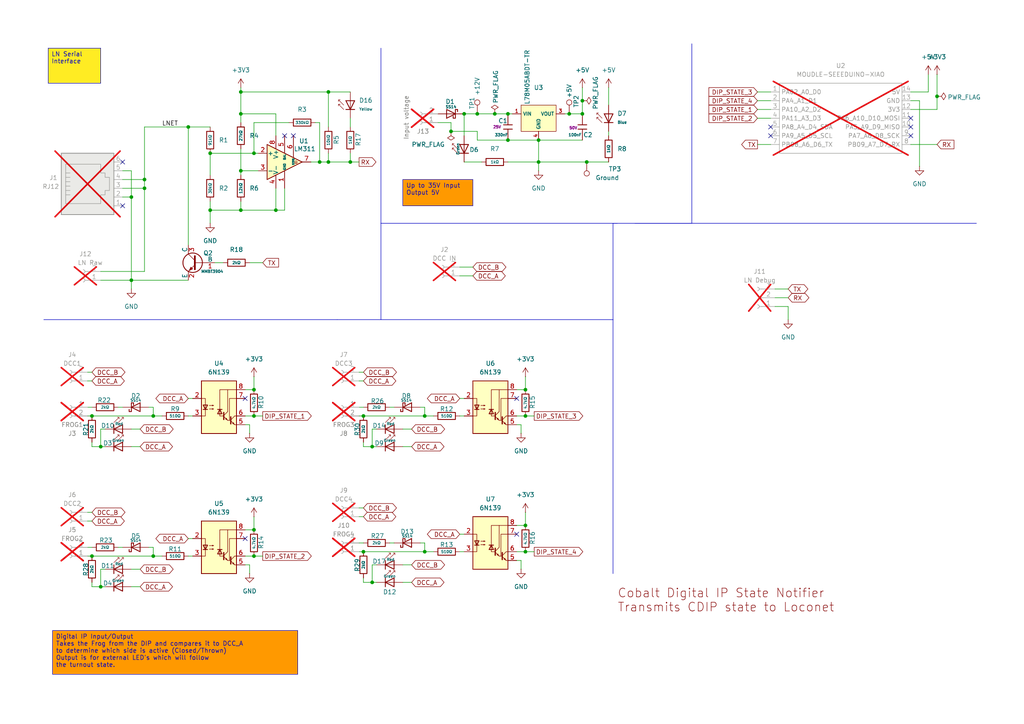
<source format=kicad_sch>
(kicad_sch (version 20250114) (generator "eeschema") (generator_version "9.0")
  (paper "A4")
  (text "Cobalt Digital IP State Notifier\nTransmits CDIP state to Loconet" (at 179.07 174.244 0) (effects (font (size 2.54 2.54)) (justify left)))
  (text_box "Up to 35V Input\nOutput 5V" (at 116.84 52.07 0) (size 20.32 7.62) (margins 0.9525 0.9525 0.9525 0.9525) (fill (type color) (color 255 153 0 1)) (effects (font (size 1.27 1.27)) (justify left top)))
  (text_box "Digital IP Input/Output\nTakes the Frog from the DIP and compares it to DCC_A\nto determine which side is active (Closed/Thrown)\nOutput is for external LED's which will follow\nthe turnout state." (at 15.24 182.88 0) (size 71.12 12.7) (margins 0.9525 0.9525 0.9525 0.9525) (fill (type color) (color 255 153 0 1)) (effects (font (size 1.27 1.27)) (justify left top)))
  (text_box "LN Serial\nInterface" (at 13.97 13.97 0) (size 15.24 10.16) (margins 0.9525 0.9525 0.9525 0.9525) (fill (type color) (color 255 236 35 1)) (effects (font (size 1.27 1.27)) (justify left top)))
  (junction (at 170.18 46.99))
  (junction (at 156.21 40.64))
  (junction (at 143.51 33.02))
  (junction (at 44.45 161.29))
  (junction (at 152.4 160.02))
  (junction (at 60.96 44.45))
  (junction (at 38.1 81.28))
  (junction (at 105.41 160.02))
  (junction (at 123.19 120.65))
  (junction (at 156.21 46.99))
  (junction (at 29.21 129.54))
  (junction (at 73.66 161.29))
  (junction (at 168.91 29.21))
  (junction (at 80.01 60.96))
  (junction (at 147.32 40.64))
  (junction (at 26.67 161.29))
  (junction (at 107.95 129.54))
  (junction (at 152.4 120.65))
  (junction (at 73.66 113.03))
  (junction (at 152.4 152.4))
  (junction (at 26.67 120.65))
  (junction (at 123.19 160.02))
  (junction (at 101.6 46.99))
  (junction (at 60.96 60.96))
  (junction (at 44.45 120.65))
  (junction (at 130.81 38.1))
  (junction (at 165.1 33.02))
  (junction (at 73.66 120.65))
  (junction (at 95.25 26.67))
  (junction (at 271.78 27.94))
  (junction (at 38.1 57.15))
  (junction (at 41.91 54.61))
  (junction (at 69.85 49.53))
  (junction (at 69.85 33.02))
  (junction (at 54.61 36.83))
  (junction (at 107.95 168.91))
  (junction (at 95.25 46.99))
  (junction (at 138.43 33.02))
  (junction (at 105.41 120.65))
  (junction (at 41.91 52.07))
  (junction (at 92.71 46.99))
  (junction (at 69.85 60.96))
  (junction (at 29.21 170.18))
  (junction (at 73.66 153.67))
  (junction (at 73.66 44.45))
  (junction (at 147.32 33.02))
  (junction (at 134.62 33.02))
  (junction (at 152.4 113.03))
  (junction (at 69.85 26.67))
  (junction (at 168.91 33.02))
  (no_connect (at 71.12 156.21))
  (no_connect (at 35.56 59.69))
  (no_connect (at 35.56 46.99))
  (no_connect (at 82.55 39.37))
  (no_connect (at 85.09 39.37))
  (no_connect (at 223.52 39.37))
  (no_connect (at 264.16 34.29))
  (no_connect (at 264.16 36.83))
  (no_connect (at 149.86 115.57))
  (no_connect (at 71.12 115.57))
  (no_connect (at 149.86 154.94))
  (no_connect (at 223.52 36.83))
  (no_connect (at 264.16 39.37))
  (wire (pts (xy 69.85 35.56) (xy 69.85 33.02)))
  (wire (pts (xy 123.19 160.02) (xy 125.73 160.02)))
  (wire (pts (xy 147.32 46.99) (xy 156.21 46.99)))
  (wire (pts (xy 26.67 168.91) (xy 26.67 170.18)))
  (wire (pts (xy 90.17 46.99) (xy 92.71 46.99)))
  (wire (pts (xy 82.55 60.96) (xy 80.01 60.96)))
  (wire (pts (xy 72.39 76.2) (xy 76.2 76.2)))
  (polyline (pts (xy 110.49 13.97) (xy 110.49 64.77)))
  (wire (pts (xy 71.12 123.19) (xy 72.39 123.19)))
  (wire (pts (xy 25.4 158.75) (xy 26.67 158.75)))
  (wire (pts (xy 60.96 44.45) (xy 60.96 50.8)))
  (wire (pts (xy 69.85 25.4) (xy 69.85 26.67)))
  (wire (pts (xy 73.66 153.67) (xy 73.66 149.86)))
  (wire (pts (xy 264.16 41.91) (xy 271.78 41.91)))
  (wire (pts (xy 80.01 39.37) (xy 80.01 33.02)))
  (polyline (pts (xy 110.49 64.77) (xy 200.66 64.77)))
  (wire (pts (xy 38.1 124.46) (xy 40.64 124.46)))
  (wire (pts (xy 271.78 27.94) (xy 271.78 31.75)))
  (wire (pts (xy 71.12 161.29) (xy 73.66 161.29)))
  (wire (pts (xy 41.91 36.83) (xy 54.61 36.83)))
  (wire (pts (xy 54.61 156.21) (xy 55.88 156.21)))
  (wire (pts (xy 73.66 120.65) (xy 76.2 120.65)))
  (polyline (pts (xy 110.49 64.77) (xy 110.49 92.71)))
  (wire (pts (xy 62.23 76.2) (xy 64.77 76.2)))
  (wire (pts (xy 123.19 157.48) (xy 123.19 160.02)))
  (wire (pts (xy 72.39 163.83) (xy 72.39 166.37)))
  (wire (pts (xy 101.6 44.45) (xy 101.6 46.99)))
  (wire (pts (xy 35.56 57.15) (xy 38.1 57.15)))
  (wire (pts (xy 92.71 46.99) (xy 95.25 46.99)))
  (wire (pts (xy 25.4 151.13) (xy 26.67 151.13)))
  (polyline (pts (xy 200.66 64.77) (xy 184.15 64.77)))
  (polyline (pts (xy 177.8 92.71) (xy 177.8 166.37)))
  (wire (pts (xy 69.85 33.02) (xy 80.01 33.02)))
  (wire (pts (xy 25.4 110.49) (xy 26.67 110.49)))
  (wire (pts (xy 123.19 120.65) (xy 125.73 120.65)))
  (wire (pts (xy 71.12 153.67) (xy 73.66 153.67)))
  (wire (pts (xy 121.92 157.48) (xy 123.19 157.48)))
  (wire (pts (xy 130.81 35.56) (xy 130.81 38.1)))
  (wire (pts (xy 30.48 124.46) (xy 29.21 124.46)))
  (wire (pts (xy 156.21 46.99) (xy 170.18 46.99)))
  (wire (pts (xy 73.66 161.29) (xy 76.2 161.29)))
  (wire (pts (xy 26.67 161.29) (xy 44.45 161.29)))
  (wire (pts (xy 43.18 118.11) (xy 44.45 118.11)))
  (wire (pts (xy 149.86 113.03) (xy 152.4 113.03)))
  (wire (pts (xy 29.21 81.28) (xy 38.1 81.28)))
  (wire (pts (xy 26.67 170.18) (xy 29.21 170.18)))
  (wire (pts (xy 149.86 123.19) (xy 151.13 123.19)))
  (wire (pts (xy 168.91 29.21) (xy 168.91 33.02)))
  (wire (pts (xy 35.56 52.07) (xy 41.91 52.07)))
  (wire (pts (xy 219.71 41.91) (xy 223.52 41.91)))
  (wire (pts (xy 149.86 120.65) (xy 152.4 120.65)))
  (wire (pts (xy 54.61 161.29) (xy 55.88 161.29)))
  (wire (pts (xy 25.4 148.59) (xy 26.67 148.59)))
  (wire (pts (xy 113.03 157.48) (xy 114.3 157.48)))
  (wire (pts (xy 133.35 154.94) (xy 134.62 154.94)))
  (wire (pts (xy 104.14 118.11) (xy 105.41 118.11)))
  (wire (pts (xy 147.32 33.02) (xy 148.59 33.02)))
  (wire (pts (xy 38.1 57.15) (xy 38.1 81.28)))
  (wire (pts (xy 73.66 35.56) (xy 73.66 44.45)))
  (wire (pts (xy 105.41 160.02) (xy 123.19 160.02)))
  (wire (pts (xy 29.21 129.54) (xy 30.48 129.54)))
  (wire (pts (xy 82.55 54.61) (xy 82.55 60.96)))
  (wire (pts (xy 107.95 129.54) (xy 109.22 129.54)))
  (wire (pts (xy 149.86 160.02) (xy 152.4 160.02)))
  (wire (pts (xy 123.19 118.11) (xy 123.19 120.65)))
  (wire (pts (xy 130.81 38.1) (xy 138.43 38.1)))
  (wire (pts (xy 104.14 107.95) (xy 105.41 107.95)))
  (wire (pts (xy 134.62 33.02) (xy 138.43 33.02)))
  (wire (pts (xy 151.13 123.19) (xy 151.13 125.73)))
  (wire (pts (xy 156.21 46.99) (xy 156.21 49.53)))
  (wire (pts (xy 266.7 29.21) (xy 266.7 48.26)))
  (wire (pts (xy 80.01 54.61) (xy 80.01 60.96)))
  (wire (pts (xy 60.96 44.45) (xy 73.66 44.45)))
  (wire (pts (xy 152.4 160.02) (xy 154.94 160.02)))
  (wire (pts (xy 165.1 33.02) (xy 168.91 33.02)))
  (wire (pts (xy 38.1 49.53) (xy 38.1 57.15)))
  (wire (pts (xy 156.21 40.64) (xy 168.91 40.64)))
  (wire (pts (xy 105.41 168.91) (xy 107.95 168.91)))
  (wire (pts (xy 29.21 124.46) (xy 29.21 129.54)))
  (wire (pts (xy 69.85 49.53) (xy 74.93 49.53)))
  (wire (pts (xy 34.29 158.75) (xy 35.56 158.75)))
  (wire (pts (xy 156.21 40.64) (xy 156.21 46.99)))
  (wire (pts (xy 133.35 120.65) (xy 134.62 120.65)))
  (wire (pts (xy 71.12 120.65) (xy 73.66 120.65)))
  (wire (pts (xy 116.84 124.46) (xy 119.38 124.46)))
  (wire (pts (xy 105.41 129.54) (xy 107.95 129.54)))
  (wire (pts (xy 95.25 46.99) (xy 101.6 46.99)))
  (wire (pts (xy 25.4 161.29) (xy 26.67 161.29)))
  (wire (pts (xy 38.1 81.28) (xy 38.1 83.82)))
  (wire (pts (xy 147.32 40.64) (xy 156.21 40.64)))
  (wire (pts (xy 109.22 124.46) (xy 107.95 124.46)))
  (wire (pts (xy 92.71 35.56) (xy 92.71 46.99)))
  (wire (pts (xy 60.96 60.96) (xy 69.85 60.96)))
  (wire (pts (xy 266.7 29.21) (xy 264.16 29.21)))
  (wire (pts (xy 149.86 152.4) (xy 152.4 152.4)))
  (wire (pts (xy 60.96 58.42) (xy 60.96 60.96)))
  (wire (pts (xy 138.43 40.64) (xy 147.32 40.64)))
  (wire (pts (xy 95.25 26.67) (xy 101.6 26.67)))
  (wire (pts (xy 176.53 38.1) (xy 176.53 39.37)))
  (wire (pts (xy 152.4 120.65) (xy 154.94 120.65)))
  (polyline (pts (xy 177.8 92.71) (xy 177.8 64.77)))
  (wire (pts (xy 219.71 34.29) (xy 223.52 34.29)))
  (wire (pts (xy 30.48 165.1) (xy 29.21 165.1)))
  (wire (pts (xy 35.56 54.61) (xy 41.91 54.61)))
  (polyline (pts (xy 200.66 12.7) (xy 200.66 64.77)))
  (wire (pts (xy 219.71 26.67) (xy 223.52 26.67)))
  (wire (pts (xy 69.85 43.18) (xy 69.85 49.53)))
  (wire (pts (xy 69.85 26.67) (xy 69.85 33.02)))
  (wire (pts (xy 25.4 120.65) (xy 26.67 120.65)))
  (wire (pts (xy 41.91 54.61) (xy 41.91 52.07)))
  (wire (pts (xy 29.21 170.18) (xy 30.48 170.18)))
  (wire (pts (xy 73.66 113.03) (xy 73.66 109.22)))
  (wire (pts (xy 152.4 113.03) (xy 152.4 109.22)))
  (wire (pts (xy 29.21 165.1) (xy 29.21 170.18)))
  (wire (pts (xy 26.67 129.54) (xy 29.21 129.54)))
  (wire (pts (xy 38.1 170.18) (xy 40.64 170.18)))
  (wire (pts (xy 71.12 113.03) (xy 73.66 113.03)))
  (wire (pts (xy 138.43 33.02) (xy 143.51 33.02)))
  (wire (pts (xy 73.66 44.45) (xy 74.93 44.45)))
  (wire (pts (xy 54.61 120.65) (xy 55.88 120.65)))
  (wire (pts (xy 107.95 124.46) (xy 107.95 129.54)))
  (wire (pts (xy 152.4 152.4) (xy 152.4 148.59)))
  (wire (pts (xy 35.56 49.53) (xy 38.1 49.53)))
  (polyline (pts (xy 97.79 92.71) (xy 177.8 92.71)))
  (wire (pts (xy 224.79 86.36) (xy 228.6 86.36)))
  (wire (pts (xy 54.61 36.83) (xy 54.61 71.12)))
  (wire (pts (xy 38.1 165.1) (xy 40.64 165.1)))
  (wire (pts (xy 83.82 35.56) (xy 73.66 35.56)))
  (wire (pts (xy 134.62 46.99) (xy 139.7 46.99)))
  (wire (pts (xy 44.45 118.11) (xy 44.45 120.65)))
  (wire (pts (xy 271.78 21.59) (xy 271.78 27.94)))
  (wire (pts (xy 105.41 167.64) (xy 105.41 168.91)))
  (wire (pts (xy 224.79 88.9) (xy 228.6 88.9)))
  (wire (pts (xy 163.83 33.02) (xy 165.1 33.02)))
  (wire (pts (xy 107.95 168.91) (xy 109.22 168.91)))
  (wire (pts (xy 104.14 120.65) (xy 105.41 120.65)))
  (wire (pts (xy 127 35.56) (xy 130.81 35.56)))
  (wire (pts (xy 104.14 149.86) (xy 105.41 149.86)))
  (wire (pts (xy 41.91 78.74) (xy 41.91 54.61)))
  (wire (pts (xy 41.91 52.07) (xy 41.91 36.83)))
  (wire (pts (xy 72.39 123.19) (xy 72.39 125.73)))
  (polyline (pts (xy 283.21 64.77) (xy 200.66 64.77)))
  (wire (pts (xy 138.43 38.1) (xy 138.43 40.64)))
  (polyline (pts (xy 177.8 64.77) (xy 179.07 64.77)))
  (wire (pts (xy 34.29 118.11) (xy 35.56 118.11)))
  (wire (pts (xy 116.84 168.91) (xy 119.38 168.91)))
  (wire (pts (xy 113.03 118.11) (xy 114.3 118.11)))
  (wire (pts (xy 69.85 60.96) (xy 80.01 60.96)))
  (wire (pts (xy 101.6 46.99) (xy 104.14 46.99)))
  (wire (pts (xy 71.12 163.83) (xy 72.39 163.83)))
  (wire (pts (xy 95.25 44.45) (xy 95.25 46.99)))
  (wire (pts (xy 107.95 163.83) (xy 107.95 168.91)))
  (wire (pts (xy 224.79 83.82) (xy 228.6 83.82)))
  (wire (pts (xy 104.14 110.49) (xy 105.41 110.49)))
  (wire (pts (xy 105.41 128.27) (xy 105.41 129.54)))
  (wire (pts (xy 269.24 21.59) (xy 269.24 26.67)))
  (wire (pts (xy 104.14 160.02) (xy 105.41 160.02)))
  (wire (pts (xy 43.18 158.75) (xy 44.45 158.75)))
  (wire (pts (xy 121.92 118.11) (xy 123.19 118.11)))
  (wire (pts (xy 25.4 107.95) (xy 26.67 107.95)))
  (wire (pts (xy 176.53 25.4) (xy 176.53 30.48)))
  (wire (pts (xy 133.35 160.02) (xy 134.62 160.02)))
  (wire (pts (xy 54.61 115.57) (xy 55.88 115.57)))
  (wire (pts (xy 44.45 161.29) (xy 46.99 161.29)))
  (wire (pts (xy 264.16 31.75) (xy 271.78 31.75)))
  (wire (pts (xy 95.25 26.67) (xy 95.25 36.83)))
  (wire (pts (xy 168.91 25.4) (xy 168.91 29.21)))
  (wire (pts (xy 143.51 33.02) (xy 147.32 33.02)))
  (wire (pts (xy 133.35 80.01) (xy 137.16 80.01)))
  (wire (pts (xy 44.45 120.65) (xy 46.99 120.65)))
  (polyline (pts (xy 12.7 92.71) (xy 97.79 92.71)))
  (wire (pts (xy 104.14 147.32) (xy 105.41 147.32)))
  (wire (pts (xy 69.85 58.42) (xy 69.85 60.96)))
  (wire (pts (xy 38.1 129.54) (xy 40.64 129.54)))
  (wire (pts (xy 116.84 163.83) (xy 119.38 163.83)))
  (wire (pts (xy 91.44 35.56) (xy 92.71 35.56)))
  (wire (pts (xy 60.96 60.96) (xy 60.96 64.77)))
  (wire (pts (xy 104.14 157.48) (xy 105.41 157.48)))
  (wire (pts (xy 44.45 158.75) (xy 44.45 161.29)))
  (wire (pts (xy 170.18 46.99) (xy 176.53 46.99)))
  (wire (pts (xy 219.71 31.75) (xy 223.52 31.75)))
  (wire (pts (xy 69.85 26.67) (xy 95.25 26.67)))
  (wire (pts (xy 105.41 120.65) (xy 123.19 120.65)))
  (wire (pts (xy 151.13 162.56) (xy 151.13 165.1)))
  (wire (pts (xy 26.67 120.65) (xy 44.45 120.65)))
  (wire (pts (xy 109.22 163.83) (xy 107.95 163.83)))
  (wire (pts (xy 133.35 115.57) (xy 134.62 115.57)))
  (wire (pts (xy 26.67 128.27) (xy 26.67 129.54)))
  (wire (pts (xy 228.6 88.9) (xy 228.6 92.71)))
  (wire (pts (xy 133.35 77.47) (xy 137.16 77.47)))
  (wire (pts (xy 149.86 162.56) (xy 151.13 162.56)))
  (wire (pts (xy 69.85 50.8) (xy 69.85 49.53)))
  (wire (pts (xy 264.16 26.67) (xy 269.24 26.67)))
  (wire (pts (xy 134.62 39.37) (xy 134.62 33.02)))
  (wire (pts (xy 29.21 78.74) (xy 41.91 78.74)))
  (wire (pts (xy 25.4 118.11) (xy 26.67 118.11)))
  (wire (pts (xy 38.1 81.28) (xy 54.61 81.28)))
  (wire (pts (xy 116.84 129.54) (xy 119.38 129.54)))
  (wire (pts (xy 60.96 36.83) (xy 54.61 36.83)))
  (wire (pts (xy 219.71 29.21) (xy 223.52 29.21)))
  (wire (pts (xy 101.6 34.29) (xy 101.6 36.83)))
  (label "LNET" (at 46.99 36.83 0))
  (global_label "DIP_STATE_2" (shape input) (at 219.71 34.29 180) (property "Intersheetrefs" "${INTERSHEET_REFS}" (effects (hide yes))))
  (global_label "RX" (shape input) (at 271.78 41.91 0) (property "Intersheetrefs" "${INTERSHEET_REFS}" (effects (hide yes))))
  (global_label "TX" (shape output) (at 219.71 41.91 180) (property "Intersheetrefs" "${INTERSHEET_REFS}" (effects (hide yes))))
  (global_label "DCC_A" (shape bidirectional) (at 119.38 168.91 0) (property "Intersheetrefs" "${INTERSHEET_REFS}" (effects (hide yes))))
  (global_label "DCC_B" (shape bidirectional) (at 119.38 124.46 0) (property "Intersheetrefs" "${INTERSHEET_REFS}" (effects (hide yes))))
  (global_label "DIP_STATE_1" (shape output) (at 76.2 120.65 0) (property "Intersheetrefs" "${INTERSHEET_REFS}" (effects (hide yes))))
  (global_label "DIP_STATE_2" (shape output) (at 76.2 161.29 0) (property "Intersheetrefs" "${INTERSHEET_REFS}" (effects (hide yes))))
  (global_label "DCC_A" (shape bidirectional) (at 105.41 110.49 0) (property "Intersheetrefs" "${INTERSHEET_REFS}" (effects (hide yes))))
  (global_label "DIP_STATE_3" (shape output) (at 154.94 120.65 0) (property "Intersheetrefs" "${INTERSHEET_REFS}" (effects (hide yes))))
  (global_label "DIP_STATE_4" (shape input) (at 219.71 29.21 180) (property "Intersheetrefs" "${INTERSHEET_REFS}" (effects (hide yes))))
  (global_label "DCC_B" (shape bidirectional) (at 119.38 163.83 0) (property "Intersheetrefs" "${INTERSHEET_REFS}" (effects (hide yes))))
  (global_label "RX" (shape bidirectional) (at 228.6 86.36 0) (property "Intersheetrefs" "${INTERSHEET_REFS}" (effects (hide yes))))
  (global_label "DCC_A" (shape bidirectional) (at 119.38 129.54 0) (property "Intersheetrefs" "${INTERSHEET_REFS}" (effects (hide yes))))
  (global_label "DCC_B" (shape bidirectional) (at 26.67 148.59 0) (property "Intersheetrefs" "${INTERSHEET_REFS}" (effects (hide yes))))
  (global_label "DIP_STATE_1" (shape input) (at 219.71 31.75 180) (property "Intersheetrefs" "${INTERSHEET_REFS}" (effects (hide yes))))
  (global_label "DCC_A" (shape bidirectional) (at 40.64 170.18 0) (property "Intersheetrefs" "${INTERSHEET_REFS}" (effects (hide yes))))
  (global_label "DCC_B" (shape bidirectional) (at 105.41 107.95 0) (property "Intersheetrefs" "${INTERSHEET_REFS}" (effects (hide yes))))
  (global_label "DCC_A" (shape bidirectional) (at 137.16 80.01 0) (property "Intersheetrefs" "${INTERSHEET_REFS}" (effects (hide yes))))
  (global_label "DCC_A" (shape bidirectional) (at 40.64 129.54 0) (property "Intersheetrefs" "${INTERSHEET_REFS}" (effects (hide yes))))
  (global_label "DCC_B" (shape bidirectional) (at 105.41 147.32 0) (property "Intersheetrefs" "${INTERSHEET_REFS}" (effects (hide yes))))
  (global_label "DIP_STATE_3" (shape input) (at 219.71 26.67 180) (property "Intersheetrefs" "${INTERSHEET_REFS}" (effects (hide yes))))
  (global_label "TX" (shape bidirectional) (at 228.6 83.82 0) (property "Intersheetrefs" "${INTERSHEET_REFS}" (effects (hide yes))))
  (global_label "DCC_A" (shape bidirectional) (at 26.67 110.49 0) (property "Intersheetrefs" "${INTERSHEET_REFS}" (effects (hide yes))))
  (global_label "DCC_A" (shape bidirectional) (at 54.61 115.57 180) (property "Intersheetrefs" "${INTERSHEET_REFS}" (effects (hide yes))))
  (global_label "DCC_A" (shape bidirectional) (at 26.67 151.13 0) (property "Intersheetrefs" "${INTERSHEET_REFS}" (effects (hide yes))))
  (global_label "DCC_B" (shape bidirectional) (at 40.64 165.1 0) (property "Intersheetrefs" "${INTERSHEET_REFS}" (effects (hide yes))))
  (global_label "DCC_A" (shape bidirectional) (at 133.35 154.94 180) (property "Intersheetrefs" "${INTERSHEET_REFS}" (effects (hide yes))))
  (global_label "DCC_A" (shape bidirectional) (at 133.35 115.57 180) (property "Intersheetrefs" "${INTERSHEET_REFS}" (effects (hide yes))))
  (global_label "TX" (shape input) (at 76.2 76.2 0) (property "Intersheetrefs" "${INTERSHEET_REFS}" (effects (hide yes))))
  (global_label "DCC_A" (shape bidirectional) (at 105.41 149.86 0) (property "Intersheetrefs" "${INTERSHEET_REFS}" (effects (hide yes))))
  (global_label "DIP_STATE_4" (shape output) (at 154.94 160.02 0) (property "Intersheetrefs" "${INTERSHEET_REFS}" (effects (hide yes))))
  (global_label "RX" (shape output) (at 104.14 46.99 0) (property "Intersheetrefs" "${INTERSHEET_REFS}" (effects (hide yes))))
  (global_label "DCC_A" (shape bidirectional) (at 54.61 156.21 180) (property "Intersheetrefs" "${INTERSHEET_REFS}" (effects (hide yes))))
  (global_label "DCC_B" (shape bidirectional) (at 26.67 107.95 0) (property "Intersheetrefs" "${INTERSHEET_REFS}" (effects (hide yes))))
  (global_label "DCC_B" (shape bidirectional) (at 137.16 77.47 0) (property "Intersheetrefs" "${INTERSHEET_REFS}" (effects (hide yes))))
  (global_label "DCC_B" (shape bidirectional) (at 40.64 124.46 0) (property "Intersheetrefs" "${INTERSHEET_REFS}" (effects (hide yes))))
  (symbol (lib_name "GND_1") (lib_id "power:GND") (at 72.39 166.37 0) (unit 1)
    (property "Reference" "#PWR022" (effects (hide yes)))
    (property "Value" "GND" (at 72.39 171.45 0))
    (property "Description" "Power symbol creates a global label with name \"GND\" , ground" (effects (hide yes)))
  )
  (symbol (lib_name "GND_1") (lib_id "power:GND") (at 228.6 92.71 0) (unit 1)
    (property "Reference" "#PWR018" (effects (hide yes)))
    (property "Value" "GND" (at 228.6 97.79 0))
    (property "Description" "Power symbol creates a global label with name \"GND\" , ground" (effects (hide yes)))
  )
  (symbol (lib_name "0402,4.7kΩ_1") (lib_id "PCM_JLCPCB-Resistors:0402,4.7kΩ") (at 73.66 157.48 0) (unit 1)
    (property "Reference" "R14" (at 75.692 159.258 90) (effects (justify left)))
    (property "Value" "4.7kΩ" (at 73.66 157.48 90) (effects (font (size 0.8 0.8))))
    (property "Footprint" "PCM_JLCPCB:R_0402" (effects (hide yes)))
    (property "Datasheet" "https://www.lcsc.com/datasheet/lcsc_datasheet_2206010045_UNI-ROYAL-Uniroyal-Elec-0402WGF4701TCE_C25900.pdf" (effects (hide yes)))
    (property "Description" "62.5mW Thick Film Resistors 50V ±100ppm/°C ±1% 4.7kΩ 0402 Chip Resistor - Surface Mount ROHS" (effects (hide yes)))
    (property "LCSC" "C25900" (effects (hide yes)))
    (property "Stock" "5094051" (effects (hide yes)))
    (property "Price" "0.004USD" (effects (hide yes)))
    (property "Process" "SMT" (effects (hide yes)))
    (property "Minimum Qty" "20" (effects (hide yes)))
    (property "Attrition Qty" "10" (effects (hide yes)))
    (property "Class" "Basic Component" (effects (hide yes)))
    (property "Category" "Resistors,Chip Resistor - Surface Mount" (effects (hide yes)))
    (property "Manufacturer" "UNI-ROYAL(Uniroyal Elec)" (effects (hide yes)))
    (property "Part" "0402WGF4701TCE" (effects (hide yes)))
    (property "Resistance" "4.7kΩ" (effects (hide yes)))
    (property "Power(Watts)" "62.5mW" (effects (hide yes)))
    (property "Type" "Thick Film Resistors" (effects (hide yes)))
    (property "Overload Voltage (Max)" "50V" (effects (hide yes)))
    (property "Operating Temperature Range" "-55°C~+155°C" (effects (hide yes)))
    (property "Tolerance" "±1%" (effects (hide yes)))
    (property "Temperature Coefficient" "±100ppm/°C" (effects (hide yes)))
  )
  (symbol (lib_name "0402,2kΩ_1") (lib_id "PCM_JLCPCB-Resistors:0402,2kΩ") (at 105.41 124.46 180) (unit 1)
    (property "Reference" "R30" (at 103.632 126.492 90) (effects (justify right)))
    (property "Value" "2kΩ" (at 105.41 124.46 90) (effects (font (size 0.8 0.8))))
    (property "Footprint" "PCM_JLCPCB:R_0402" (effects (hide yes)))
    (property "Datasheet" "https://www.lcsc.com/datasheet/lcsc_datasheet_2206010230_UNI-ROYAL-Uniroyal-Elec-0402WGF2001TCE_C4109.pdf" (effects (hide yes)))
    (property "Description" "62.5mW Thick Film Resistors 50V ±100ppm/°C ±1% 2kΩ 0402 Chip Resistor - Surface Mount ROHS" (effects (hide yes)))
    (property "LCSC" "C4109" (effects (hide yes)))
    (property "Stock" "1864367" (effects (hide yes)))
    (property "Price" "0.004USD" (effects (hide yes)))
    (property "Process" "SMT" (effects (hide yes)))
    (property "Minimum Qty" "20" (effects (hide yes)))
    (property "Attrition Qty" "10" (effects (hide yes)))
    (property "Class" "Basic Component" (effects (hide yes)))
    (property "Category" "Resistors,Chip Resistor - Surface Mount" (effects (hide yes)))
    (property "Manufacturer" "UNI-ROYAL(Uniroyal Elec)" (effects (hide yes)))
    (property "Part" "0402WGF2001TCE" (effects (hide yes)))
    (property "Resistance" "2kΩ" (effects (hide yes)))
    (property "Power(Watts)" "62.5mW" (effects (hide yes)))
    (property "Type" "Thick Film Resistors" (effects (hide yes)))
    (property "Overload Voltage (Max)" "50V" (effects (hide yes)))
    (property "Operating Temperature Range" "-55°C~+155°C" (effects (hide yes)))
    (property "Tolerance" "±1%" (effects (hide yes)))
    (property "Temperature Coefficient" "±100ppm/°C" (effects (hide yes)))
  )
  (symbol (lib_id "PCM_JLCPCB-Resistors:0603,91kΩ") (at 60.96 40.64 0) (unit 1)
    (property "Reference" "R1" (at 63.5 40.6399 0) (effects (justify left)))
    (property "Value" "91kΩ" (at 60.96 40.64 90) (effects (font (size 0.8 0.8))))
    (property "Footprint" "PCM_JLCPCB:R_0603" (effects (hide yes)))
    (property "Datasheet" "https://www.lcsc.com/datasheet/lcsc_datasheet_2206010100_UNI-ROYAL-Uniroyal-Elec-0603WAF9102T5E_C23265.pdf" (effects (hide yes)))
    (property "Description" "100mW Thick Film Resistors 75V ±100ppm/°C ±1% 91kΩ 0603 Chip Resistor - Surface Mount ROHS" (effects (hide yes)))
    (property "LCSC" "C23265" (effects (hide yes)))
    (property "Stock" "221614" (effects (hide yes)))
    (property "Price" "0.004USD" (effects (hide yes)))
    (property "Process" "SMT" (effects (hide yes)))
    (property "Minimum Qty" "20" (effects (hide yes)))
    (property "Attrition Qty" "10" (effects (hide yes)))
    (property "Class" "Preferred Component" (effects (hide yes)))
    (property "Category" "Resistors,Chip Resistor - Surface Mount" (effects (hide yes)))
    (property "Manufacturer" "UNI-ROYAL(Uniroyal Elec)" (effects (hide yes)))
    (property "Part" "0603WAF9102T5E" (effects (hide yes)))
    (property "Resistance" "91kΩ" (effects (hide yes)))
    (property "Power(Watts)" "100mW" (effects (hide yes)))
    (property "Type" "Thick Film Resistors" (effects (hide yes)))
    (property "Overload Voltage (Max)" "75V" (effects (hide yes)))
    (property "Operating Temperature Range" "-55°C~+155°C" (effects (hide yes)))
    (property "Tolerance" "±1%" (effects (hide yes)))
    (property "Temperature Coefficient" "±100ppm/°C" (effects (hide yes)))
  )
  (symbol (lib_name "0402,2kΩ_1") (lib_id "PCM_JLCPCB-Resistors:0402,2kΩ") (at 26.67 124.46 180) (unit 1)
    (property "Reference" "R21" (at 24.892 126.492 90) (effects (justify right)))
    (property "Value" "2kΩ" (at 26.67 124.46 90) (effects (font (size 0.8 0.8))))
    (property "Footprint" "PCM_JLCPCB:R_0402" (effects (hide yes)))
    (property "Datasheet" "https://www.lcsc.com/datasheet/lcsc_datasheet_2206010230_UNI-ROYAL-Uniroyal-Elec-0402WGF2001TCE_C4109.pdf" (effects (hide yes)))
    (property "Description" "62.5mW Thick Film Resistors 50V ±100ppm/°C ±1% 2kΩ 0402 Chip Resistor - Surface Mount ROHS" (effects (hide yes)))
    (property "LCSC" "C4109" (effects (hide yes)))
    (property "Stock" "1864367" (effects (hide yes)))
    (property "Price" "0.004USD" (effects (hide yes)))
    (property "Process" "SMT" (effects (hide yes)))
    (property "Minimum Qty" "20" (effects (hide yes)))
    (property "Attrition Qty" "10" (effects (hide yes)))
    (property "Class" "Basic Component" (effects (hide yes)))
    (property "Category" "Resistors,Chip Resistor - Surface Mount" (effects (hide yes)))
    (property "Manufacturer" "UNI-ROYAL(Uniroyal Elec)" (effects (hide yes)))
    (property "Part" "0402WGF2001TCE" (effects (hide yes)))
    (property "Resistance" "2kΩ" (effects (hide yes)))
    (property "Power(Watts)" "62.5mW" (effects (hide yes)))
    (property "Type" "Thick Film Resistors" (effects (hide yes)))
    (property "Overload Voltage (Max)" "50V" (effects (hide yes)))
    (property "Operating Temperature Range" "-55°C~+155°C" (effects (hide yes)))
    (property "Tolerance" "±1%" (effects (hide yes)))
    (property "Temperature Coefficient" "±100ppm/°C" (effects (hide yes)))
  )
  (symbol (lib_name "+5V_1") (lib_id "power:+5V") (at 168.91 25.4 0) (unit 1)
    (property "Reference" "#PWR016" (effects (hide yes)))
    (property "Value" "+5V" (at 168.91 20.32 0))
    (property "Description" "Power symbol creates a global label with name \"+5V\"" (effects (hide yes)))
  )
  (symbol (lib_id "PCM_JLCPCB-Resistors:0603,30kΩ") (at 60.96 54.61 0) (unit 1)
    (property "Reference" "R2" (at 63.5 54.6099 0) (effects (justify left)))
    (property "Value" "30kΩ" (at 60.96 54.61 90) (effects (font (size 0.8 0.8))))
    (property "Footprint" "PCM_JLCPCB:R_0603" (effects (hide yes)))
    (property "Datasheet" "https://www.lcsc.com/datasheet/lcsc_datasheet_2206010116_UNI-ROYAL-Uniroyal-Elec-0603WAF3002T5E_C22984.pdf" (effects (hide yes)))
    (property "Description" "100mW Thick Film Resistors 75V ±100ppm/°C ±1% 30kΩ 0603 Chip Resistor - Surface Mount ROHS" (effects (hide yes)))
    (property "LCSC" "C22984" (effects (hide yes)))
    (property "Stock" "952598" (effects (hide yes)))
    (property "Price" "0.004USD" (effects (hide yes)))
    (property "Process" "SMT" (effects (hide yes)))
    (property "Minimum Qty" "20" (effects (hide yes)))
    (property "Attrition Qty" "10" (effects (hide yes)))
    (property "Class" "Basic Component" (effects (hide yes)))
    (property "Category" "Resistors,Chip Resistor - Surface Mount" (effects (hide yes)))
    (property "Manufacturer" "UNI-ROYAL(Uniroyal Elec)" (effects (hide yes)))
    (property "Part" "0603WAF3002T5E" (effects (hide yes)))
    (property "Resistance" "30kΩ" (effects (hide yes)))
    (property "Power(Watts)" "100mW" (effects (hide yes)))
    (property "Type" "Thick Film Resistors" (effects (hide yes)))
    (property "Overload Voltage (Max)" "75V" (effects (hide yes)))
    (property "Operating Temperature Range" "-55°C~+155°C" (effects (hide yes)))
    (property "Tolerance" "±1%" (effects (hide yes)))
    (property "Temperature Coefficient" "±100ppm/°C" (effects (hide yes)))
  )
  (symbol (lib_name "0402,2kΩ_1") (lib_id "PCM_JLCPCB-Resistors:0402,2kΩ") (at 30.48 118.11 90) (unit 1)
    (property "Reference" "R22" (at 30.226 116.078 90))
    (property "Value" "2kΩ" (at 30.48 118.11 90) (effects (font (size 0.8 0.8))))
    (property "Footprint" "PCM_JLCPCB:R_0402" (effects (hide yes)))
    (property "Datasheet" "https://www.lcsc.com/datasheet/lcsc_datasheet_2206010230_UNI-ROYAL-Uniroyal-Elec-0402WGF2001TCE_C4109.pdf" (effects (hide yes)))
    (property "Description" "62.5mW Thick Film Resistors 50V ±100ppm/°C ±1% 2kΩ 0402 Chip Resistor - Surface Mount ROHS" (effects (hide yes)))
    (property "LCSC" "C4109" (effects (hide yes)))
    (property "Stock" "1864367" (effects (hide yes)))
    (property "Price" "0.004USD" (effects (hide yes)))
    (property "Process" "SMT" (effects (hide yes)))
    (property "Minimum Qty" "20" (effects (hide yes)))
    (property "Attrition Qty" "10" (effects (hide yes)))
    (property "Class" "Basic Component" (effects (hide yes)))
    (property "Category" "Resistors,Chip Resistor - Surface Mount" (effects (hide yes)))
    (property "Manufacturer" "UNI-ROYAL(Uniroyal Elec)" (effects (hide yes)))
    (property "Part" "0402WGF2001TCE" (effects (hide yes)))
    (property "Resistance" "2kΩ" (effects (hide yes)))
    (property "Power(Watts)" "62.5mW" (effects (hide yes)))
    (property "Type" "Thick Film Resistors" (effects (hide yes)))
    (property "Overload Voltage (Max)" "50V" (effects (hide yes)))
    (property "Operating Temperature Range" "-55°C~+155°C" (effects (hide yes)))
    (property "Tolerance" "±1%" (effects (hide yes)))
    (property "Temperature Coefficient" "±100ppm/°C" (effects (hide yes)))
  )
  (symbol (lib_name "GND_1") (lib_id "power:GND") (at 156.21 49.53 0) (unit 1)
    (property "Reference" "#PWR015" (effects (hide yes)))
    (property "Value" "GND" (at 156.21 54.61 0))
    (property "Description" "Power symbol creates a global label with name \"GND\" , ground" (effects (hide yes)))
  )
  (symbol (lib_name "0402,2kΩ_1") (lib_id "PCM_JLCPCB-Resistors:0402,2kΩ") (at 68.58 76.2 90) (unit 1)
    (property "Reference" "R18" (at 68.58 72.39 90))
    (property "Value" "2kΩ" (at 68.58 76.2 90) (effects (font (size 0.8 0.8))))
    (property "Footprint" "PCM_JLCPCB:R_0402" (effects (hide yes)))
    (property "Datasheet" "https://www.lcsc.com/datasheet/lcsc_datasheet_2206010230_UNI-ROYAL-Uniroyal-Elec-0402WGF2001TCE_C4109.pdf" (effects (hide yes)))
    (property "Description" "62.5mW Thick Film Resistors 50V ±100ppm/°C ±1% 2kΩ 0402 Chip Resistor - Surface Mount ROHS" (effects (hide yes)))
    (property "LCSC" "C4109" (effects (hide yes)))
    (property "Stock" "1864367" (effects (hide yes)))
    (property "Price" "0.004USD" (effects (hide yes)))
    (property "Process" "SMT" (effects (hide yes)))
    (property "Minimum Qty" "20" (effects (hide yes)))
    (property "Attrition Qty" "10" (effects (hide yes)))
    (property "Class" "Basic Component" (effects (hide yes)))
    (property "Category" "Resistors,Chip Resistor - Surface Mount" (effects (hide yes)))
    (property "Manufacturer" "UNI-ROYAL(Uniroyal Elec)" (effects (hide yes)))
    (property "Part" "0402WGF2001TCE" (effects (hide yes)))
    (property "Resistance" "2kΩ" (effects (hide yes)))
    (property "Power(Watts)" "62.5mW" (effects (hide yes)))
    (property "Type" "Thick Film Resistors" (effects (hide yes)))
    (property "Overload Voltage (Max)" "50V" (effects (hide yes)))
    (property "Operating Temperature Range" "-55°C~+155°C" (effects (hide yes)))
    (property "Tolerance" "±1%" (effects (hide yes)))
    (property "Temperature Coefficient" "±100ppm/°C" (effects (hide yes)))
  )
  (symbol (lib_id "Connector:Conn_01x02_Socket") (at 20.32 161.29 180) (unit 1) (in_bom no) (dnp yes)
    (property "Reference" "J5" (at 20.955 153.67 0))
    (property "Value" "FROG2" (at 20.955 156.21 0))
    (property "Footprint" "TerminalBlock_Phoenix:TerminalBlock_Phoenix_MKDS-1,5-2-5.08_1x02_P5.08mm_Horizontal" (effects (hide yes)))
    (property "Description" "Generic connector, single row, 01x02, script generated" (effects (hide yes)))
  )
  (symbol (lib_id "Connector:Conn_01x02_Socket") (at 99.06 160.02 180) (unit 1) (in_bom no) (dnp yes)
    (property "Reference" "J10" (at 99.695 152.4 0))
    (property "Value" "FROG4" (at 99.695 154.94 0))
    (property "Footprint" "TerminalBlock_Phoenix:TerminalBlock_Phoenix_MKDS-1,5-2-5.08_1x02_P5.08mm_Horizontal" (effects (hide yes)))
    (property "Description" "Generic connector, single row, 01x02, script generated" (effects (hide yes)))
  )
  (symbol (lib_name "Schottky,SS14_1") (lib_id "PCM_JLCPCB-Diodes:Schottky,SS14") (at 118.11 157.48 270) (unit 1)
    (property "Reference" "D13" (at 118.11 154.178 90))
    (property "Value" "SS14" (at 118.11 155.448 90) (effects (font (size 0.8 0.8))))
    (property "Footprint" "PCM_JLCPCB:D_SMA" (effects (hide yes)))
    (property "Datasheet" "https://www.lcsc.com/datasheet/lcsc_datasheet_2407101109_MDD-Microdiode-Semiconductor-SS14_C2480.pdf" (effects (hide yes)))
    (property "Description" "40V Independent Type 1A 550mV@1A SMA(DO-214AC) Schottky Diodes ROHS" (effects (hide yes)))
    (property "LCSC" "C2480" (effects (hide yes)))
    (property "Stock" "1598447" (effects (hide yes)))
    (property "Price" "0.018USD" (effects (hide yes)))
    (property "Process" "SMT" (effects (hide yes)))
    (property "Minimum Qty" "20" (effects (hide yes)))
    (property "Attrition Qty" "10" (effects (hide yes)))
    (property "Class" "Basic Component" (effects (hide yes)))
    (property "Category" "Diodes,Schottky Barrier Diodes (SBD)" (effects (hide yes)))
    (property "Manufacturer" "MDD（Microdiode Electronics）" (effects (hide yes)))
    (property "Part" "SS14" (effects (hide yes)))
    (property "Rectified Current" "1A" (effects (hide yes)))
    (property "Forward Voltage (Vf@If)" "550mV@1A" (effects (hide yes)))
    (property "Reverse Voltage (Vr)" "40V" (effects (hide yes)))
    (property "Diode Configuration" "Independent Type" (effects (hide yes)))
    (property "Reverse Leakage Current (Ir)" "300uA@40V" (effects (hide yes)))
  )
  (symbol (lib_id "PCM_JLCPCB-Diodes:LED,0603,Yellow") (at 101.6 30.48 0) (unit 1)
    (property "Reference" "D16" (at 104.14 29.1146 0) (effects (justify left)))
    (property "Value" "Yellow" (at 104.14 31.6547 0) (effects (font (size 0.8 0.8)) (justify left)))
    (property "Footprint" "PCM_JLCPCB:D_0603" (effects (hide yes)))
    (property "Datasheet" "https://atta.szlcsc.com/upload/public/pdf/source/20160507/1462613613586.pdf" (effects (hide yes)))
    (property "Description" "20mA Colorless Transparent Lens -40°C~+85°C 585.5nm~591.5nm Yellow 120° 60mW 0603 LED Indication - Discrete ROHS" (effects (hide yes)))
    (property "LCSC" "C72038" (effects (hide yes)))
    (property "Stock" "533054" (effects (hide yes)))
    (property "Price" "0.024USD" (effects (hide yes)))
    (property "Process" "SMT" (effects (hide yes)))
    (property "Minimum Qty" "5" (effects (hide yes)))
    (property "Attrition Qty" "1" (effects (hide yes)))
    (property "Class" "Basic Component" (effects (hide yes)))
    (property "Category" "Optoelectronics,Light Emitting Diodes (LED)" (effects (hide yes)))
    (property "Manufacturer" "Everlight Elec" (effects (hide yes)))
    (property "Part" "19-213/Y2C-CQ2R2L/3T(CY)" (effects (hide yes)))
    (property "Dominant Wavelength" "585.5nm~591.5nm" (effects (hide yes)))
    (property "Operating Temperature" "-40°C~+85°C" (effects (hide yes)))
    (property "Power Dissipation" "60mW" (effects (hide yes)))
    (property "Emitted Color" "Yellow" (effects (hide yes)))
    (property "Viewing Angle" "120°" (effects (hide yes)))
    (property "Forward Current" "20mA" (effects (hide yes)))
    (property "Lens Color" "Colorless Transparent Lens" (effects (hide yes)))
    (property "Peak Wavelength" "591nm" (effects (hide yes)))
  )
  (symbol (lib_id "Connector:Conn_01x02_Socket") (at 121.92 35.56 180) (unit 1) (in_bom no) (dnp yes)
    (property "Reference" "J13" (at 122.682 38.1 0))
    (property "Value" "Input voltage" (at 117.856 34.036 90))
    (property "Footprint" "TerminalBlock_Phoenix:TerminalBlock_Phoenix_MKDS-1,5-2-5.08_1x02_P5.08mm_Horizontal" (effects (hide yes)))
    (property "Description" "Generic connector, single row, 01x02, script generated" (effects (hide yes)))
  )
  (symbol (lib_name "+5V_1") (lib_id "power:+5V") (at 269.24 21.59 0) (unit 1)
    (property "Reference" "#PWR020" (effects (hide yes)))
    (property "Value" "+5V" (at 269.24 16.51 0))
    (property "Description" "Power symbol creates a global label with name \"+5V\"" (effects (hide yes)))
  )
  (symbol (lib_name "Schottky,SS14_1") (lib_id "PCM_JLCPCB-Diodes:Schottky,SS14") (at 130.81 33.02 90) (unit 1)
    (property "Reference" "D1" (at 130.556 29.464 90))
    (property "Value" "SS14" (at 130.81 30.988 90) (effects (font (size 0.8 0.8))))
    (property "Footprint" "PCM_JLCPCB:D_SMA" (effects (hide yes)))
    (property "Datasheet" "https://www.lcsc.com/datasheet/lcsc_datasheet_2407101109_MDD-Microdiode-Semiconductor-SS14_C2480.pdf" (effects (hide yes)))
    (property "Description" "40V Independent Type 1A 550mV@1A SMA(DO-214AC) Schottky Diodes ROHS" (effects (hide yes)))
    (property "LCSC" "C2480" (effects (hide yes)))
    (property "Stock" "1598447" (effects (hide yes)))
    (property "Price" "0.018USD" (effects (hide yes)))
    (property "Process" "SMT" (effects (hide yes)))
    (property "Minimum Qty" "20" (effects (hide yes)))
    (property "Attrition Qty" "10" (effects (hide yes)))
    (property "Class" "Basic Component" (effects (hide yes)))
    (property "Category" "Diodes,Schottky Barrier Diodes (SBD)" (effects (hide yes)))
    (property "Manufacturer" "MDD（Microdiode Electronics）" (effects (hide yes)))
    (property "Part" "SS14" (effects (hide yes)))
    (property "Rectified Current" "1A" (effects (hide yes)))
    (property "Forward Voltage (Vf@If)" "550mV@1A" (effects (hide yes)))
    (property "Reverse Voltage (Vr)" "40V" (effects (hide yes)))
    (property "Diode Configuration" "Independent Type" (effects (hide yes)))
    (property "Reverse Leakage Current (Ir)" "300uA@40V" (effects (hide yes)))
  )
  (symbol (lib_name "0402,2kΩ_1") (lib_id "PCM_JLCPCB-Resistors:0402,2kΩ") (at 109.22 157.48 90) (unit 1)
    (property "Reference" "R27" (at 109.474 155.448 90))
    (property "Value" "2kΩ" (at 109.22 157.48 90) (effects (font (size 0.8 0.8))))
    (property "Footprint" "PCM_JLCPCB:R_0402" (effects (hide yes)))
    (property "Datasheet" "https://www.lcsc.com/datasheet/lcsc_datasheet_2206010230_UNI-ROYAL-Uniroyal-Elec-0402WGF2001TCE_C4109.pdf" (effects (hide yes)))
    (property "Description" "62.5mW Thick Film Resistors 50V ±100ppm/°C ±1% 2kΩ 0402 Chip Resistor - Surface Mount ROHS" (effects (hide yes)))
    (property "LCSC" "C4109" (effects (hide yes)))
    (property "Stock" "1864367" (effects (hide yes)))
    (property "Price" "0.004USD" (effects (hide yes)))
    (property "Process" "SMT" (effects (hide yes)))
    (property "Minimum Qty" "20" (effects (hide yes)))
    (property "Attrition Qty" "10" (effects (hide yes)))
    (property "Class" "Basic Component" (effects (hide yes)))
    (property "Category" "Resistors,Chip Resistor - Surface Mount" (effects (hide yes)))
    (property "Manufacturer" "UNI-ROYAL(Uniroyal Elec)" (effects (hide yes)))
    (property "Part" "0402WGF2001TCE" (effects (hide yes)))
    (property "Resistance" "2kΩ" (effects (hide yes)))
    (property "Power(Watts)" "62.5mW" (effects (hide yes)))
    (property "Type" "Thick Film Resistors" (effects (hide yes)))
    (property "Overload Voltage (Max)" "50V" (effects (hide yes)))
    (property "Operating Temperature Range" "-55°C~+155°C" (effects (hide yes)))
    (property "Tolerance" "±1%" (effects (hide yes)))
    (property "Temperature Coefficient" "±100ppm/°C" (effects (hide yes)))
  )
  (symbol (lib_name "Schottky,SS14_1") (lib_id "PCM_JLCPCB-Diodes:Schottky,SS14") (at 39.37 158.75 270) (unit 1)
    (property "Reference" "D5" (at 39.37 155.448 90))
    (property "Value" "SS14" (at 39.37 156.718 90) (effects (font (size 0.8 0.8))))
    (property "Footprint" "PCM_JLCPCB:D_SMA" (effects (hide yes)))
    (property "Datasheet" "https://www.lcsc.com/datasheet/lcsc_datasheet_2407101109_MDD-Microdiode-Semiconductor-SS14_C2480.pdf" (effects (hide yes)))
    (property "Description" "40V Independent Type 1A 550mV@1A SMA(DO-214AC) Schottky Diodes ROHS" (effects (hide yes)))
    (property "LCSC" "C2480" (effects (hide yes)))
    (property "Stock" "1598447" (effects (hide yes)))
    (property "Price" "0.018USD" (effects (hide yes)))
    (property "Process" "SMT" (effects (hide yes)))
    (property "Minimum Qty" "20" (effects (hide yes)))
    (property "Attrition Qty" "10" (effects (hide yes)))
    (property "Class" "Basic Component" (effects (hide yes)))
    (property "Category" "Diodes,Schottky Barrier Diodes (SBD)" (effects (hide yes)))
    (property "Manufacturer" "MDD（Microdiode Electronics）" (effects (hide yes)))
    (property "Part" "SS14" (effects (hide yes)))
    (property "Rectified Current" "1A" (effects (hide yes)))
    (property "Forward Voltage (Vf@If)" "550mV@1A" (effects (hide yes)))
    (property "Reverse Voltage (Vr)" "40V" (effects (hide yes)))
    (property "Diode Configuration" "Independent Type" (effects (hide yes)))
    (property "Reverse Leakage Current (Ir)" "300uA@40V" (effects (hide yes)))
  )
  (symbol (lib_id "PCM_JLCPCB-Resistors:0603,510Ω") (at 50.8 161.29 90) (unit 1)
    (property "Reference" "R11" (at 50.8 159.258 90))
    (property "Value" "510Ω" (at 50.8 161.29 90) (effects (font (size 0.8 0.8))))
    (property "Footprint" "PCM_JLCPCB:R_0603" (effects (hide yes)))
    (property "Datasheet" "https://www.lcsc.com/datasheet/lcsc_datasheet_2206010116_UNI-ROYAL-Uniroyal-Elec-0603WAF5100T5E_C23193.pdf" (effects (hide yes)))
    (property "Description" "100mW Thick Film Resistors 75V ±100ppm/°C ±1% 510Ω 0603 Chip Resistor - Surface Mount ROHS" (effects (hide yes)))
    (property "LCSC" "C23193" (effects (hide yes)))
    (property "Stock" "1091605" (effects (hide yes)))
    (property "Price" "0.004USD" (effects (hide yes)))
    (property "Process" "SMT" (effects (hide yes)))
    (property "Minimum Qty" "20" (effects (hide yes)))
    (property "Attrition Qty" "10" (effects (hide yes)))
    (property "Class" "Basic Component" (effects (hide yes)))
    (property "Category" "Resistors,Chip Resistor - Surface Mount" (effects (hide yes)))
    (property "Manufacturer" "UNI-ROYAL(Uniroyal Elec)" (effects (hide yes)))
    (property "Part" "0603WAF5100T5E" (effects (hide yes)))
    (property "Resistance" "510Ω" (effects (hide yes)))
    (property "Power(Watts)" "100mW" (effects (hide yes)))
    (property "Type" "Thick Film Resistors" (effects (hide yes)))
    (property "Overload Voltage (Max)" "75V" (effects (hide yes)))
    (property "Operating Temperature Range" "-55°C~+155°C" (effects (hide yes)))
    (property "Tolerance" "±1%" (effects (hide yes)))
    (property "Temperature Coefficient" "±100ppm/°C" (effects (hide yes)))
  )
  (symbol (lib_name "+3V3_1") (lib_id "power:+3V3") (at 152.4 109.22 0) (unit 1)
    (property "Reference" "#PWR06" (effects (hide yes)))
    (property "Value" "+3V3" (at 152.4 104.14 0))
    (property "Description" "Power symbol creates a global label with name \"+3V3\"" (effects (hide yes)))
  )
  (symbol (lib_name "LED,0603,Green_2") (lib_id "PCM_JLCPCB-Diodes:LED,0603,Green") (at 113.03 129.54 270) (unit 1)
    (property "Reference" "D9" (at 109.982 128.524 90))
    (property "Value" "Green" (at 113.03 127.762 90) (effects (font (size 0.8 0.8))))
    (property "Footprint" "PCM_JLCPCB:D_0603" (effects (hide yes)))
    (property "Datasheet" "https://wmsc.lcsc.com/wmsc/upload/file/pdf/v2/lcsc/2207051802_Everlight-Elec-19-217-GHC-YR1S2-6T_C2986059.pdf" (effects (hide yes)))
    (property "Description" "0603 LED Indication - Discrete ROHS" (effects (hide yes)))
    (property "LCSC" "C2986059" (effects (hide yes)))
    (property "Stock" "136525" (effects (hide yes)))
    (property "Price" "0.021USD" (effects (hide yes)))
    (property "Process" "SMT" (effects (hide yes)))
    (property "Minimum Qty" "20" (effects (hide yes)))
    (property "Attrition Qty" "8" (effects (hide yes)))
    (property "Class" "Preferred Component" (effects (hide yes)))
    (property "Category" "Optocoupler/LED/Digital Tube/Photoelectric Device,Light Emitting Diodes (LED)" (effects (hide yes)))
    (property "Manufacturer" "Everlight Elec" (effects (hide yes)))
    (property "Part" "19-217/GHC-YR1S2/6T" (effects (hide yes)))
  )
  (symbol (lib_name "LED,0603,Green_1") (lib_id "PCM_JLCPCB-Diodes:LED,0603,Green") (at 134.62 43.18 0) (unit 1)
    (property "Reference" "D6" (at 136.144 43.434 0) (effects (justify left)))
    (property "Value" "Green" (at 132.842 44.958 90) (effects (font (size 0.8 0.8)) (justify left)))
    (property "Footprint" "PCM_JLCPCB:D_0603" (effects (hide yes)))
    (property "Datasheet" "https://wmsc.lcsc.com/wmsc/upload/file/pdf/v2/lcsc/2207051802_Everlight-Elec-19-217-GHC-YR1S2-6T_C2986059.pdf" (effects (hide yes)))
    (property "Description" "0603 LED Indication - Discrete ROHS" (effects (hide yes)))
    (property "LCSC" "C2986059" (effects (hide yes)))
    (property "Stock" "136525" (effects (hide yes)))
    (property "Price" "0.021USD" (effects (hide yes)))
    (property "Process" "SMT" (effects (hide yes)))
    (property "Minimum Qty" "20" (effects (hide yes)))
    (property "Attrition Qty" "8" (effects (hide yes)))
    (property "Class" "Preferred Component" (effects (hide yes)))
    (property "Category" "Optocoupler/LED/Digital Tube/Photoelectric Device,Light Emitting Diodes (LED)" (effects (hide yes)))
    (property "Manufacturer" "Everlight Elec" (effects (hide yes)))
    (property "Part" "19-217/GHC-YR1S2/6T" (effects (hide yes)))
  )
  (symbol (lib_name "0402,4.7kΩ_1") (lib_id "PCM_JLCPCB-Resistors:0402,4.7kΩ") (at 152.4 156.21 0) (unit 1)
    (property "Reference" "R16" (at 154.432 157.988 90) (effects (justify left)))
    (property "Value" "4.7kΩ" (at 152.4 156.21 90) (effects (font (size 0.8 0.8))))
    (property "Footprint" "PCM_JLCPCB:R_0402" (effects (hide yes)))
    (property "Datasheet" "https://www.lcsc.com/datasheet/lcsc_datasheet_2206010045_UNI-ROYAL-Uniroyal-Elec-0402WGF4701TCE_C25900.pdf" (effects (hide yes)))
    (property "Description" "62.5mW Thick Film Resistors 50V ±100ppm/°C ±1% 4.7kΩ 0402 Chip Resistor - Surface Mount ROHS" (effects (hide yes)))
    (property "LCSC" "C25900" (effects (hide yes)))
    (property "Stock" "5094051" (effects (hide yes)))
    (property "Price" "0.004USD" (effects (hide yes)))
    (property "Process" "SMT" (effects (hide yes)))
    (property "Minimum Qty" "20" (effects (hide yes)))
    (property "Attrition Qty" "10" (effects (hide yes)))
    (property "Class" "Basic Component" (effects (hide yes)))
    (property "Category" "Resistors,Chip Resistor - Surface Mount" (effects (hide yes)))
    (property "Manufacturer" "UNI-ROYAL(Uniroyal Elec)" (effects (hide yes)))
    (property "Part" "0402WGF4701TCE" (effects (hide yes)))
    (property "Resistance" "4.7kΩ" (effects (hide yes)))
    (property "Power(Watts)" "62.5mW" (effects (hide yes)))
    (property "Type" "Thick Film Resistors" (effects (hide yes)))
    (property "Overload Voltage (Max)" "50V" (effects (hide yes)))
    (property "Operating Temperature Range" "-55°C~+155°C" (effects (hide yes)))
    (property "Tolerance" "±1%" (effects (hide yes)))
    (property "Temperature Coefficient" "±100ppm/°C" (effects (hide yes)))
  )
  (symbol (lib_id "Personal:MOUDLE-SEEEDUINO-XIAO") (at 242.57 34.29 0) (unit 1) (in_bom no) (dnp yes)
    (property "Reference" "U2" (at 243.84 19.05 0))
    (property "Value" "MOUDLE-SEEEDUINO-XIAO" (at 243.84 21.59 0))
    (property "Footprint" "Personal:MOUDLE14P-2.54-21X17.8MM" (effects (hide yes)))
  )
  (symbol (lib_id "PCM_JLCPCB-Resistors:0603,510Ω") (at 129.54 120.65 90) (unit 1)
    (property "Reference" "R12" (at 129.54 118.618 90))
    (property "Value" "510Ω" (at 129.54 120.65 90) (effects (font (size 0.8 0.8))))
    (property "Footprint" "PCM_JLCPCB:R_0603" (effects (hide yes)))
    (property "Datasheet" "https://www.lcsc.com/datasheet/lcsc_datasheet_2206010116_UNI-ROYAL-Uniroyal-Elec-0603WAF5100T5E_C23193.pdf" (effects (hide yes)))
    (property "Description" "100mW Thick Film Resistors 75V ±100ppm/°C ±1% 510Ω 0603 Chip Resistor - Surface Mount ROHS" (effects (hide yes)))
    (property "LCSC" "C23193" (effects (hide yes)))
    (property "Stock" "1091605" (effects (hide yes)))
    (property "Price" "0.004USD" (effects (hide yes)))
    (property "Process" "SMT" (effects (hide yes)))
    (property "Minimum Qty" "20" (effects (hide yes)))
    (property "Attrition Qty" "10" (effects (hide yes)))
    (property "Class" "Basic Component" (effects (hide yes)))
    (property "Category" "Resistors,Chip Resistor - Surface Mount" (effects (hide yes)))
    (property "Manufacturer" "UNI-ROYAL(Uniroyal Elec)" (effects (hide yes)))
    (property "Part" "0603WAF5100T5E" (effects (hide yes)))
    (property "Resistance" "510Ω" (effects (hide yes)))
    (property "Power(Watts)" "100mW" (effects (hide yes)))
    (property "Type" "Thick Film Resistors" (effects (hide yes)))
    (property "Overload Voltage (Max)" "75V" (effects (hide yes)))
    (property "Operating Temperature Range" "-55°C~+155°C" (effects (hide yes)))
    (property "Tolerance" "±1%" (effects (hide yes)))
    (property "Temperature Coefficient" "±100ppm/°C" (effects (hide yes)))
  )
  (symbol (lib_name "GND_1") (lib_id "power:GND") (at 266.7 48.26 0) (unit 1)
    (property "Reference" "#PWR019" (effects (hide yes)))
    (property "Value" "GND" (at 266.7 53.34 0))
    (property "Description" "Power symbol creates a global label with name \"GND\" , ground" (effects (hide yes)))
  )
  (symbol (lib_name "Schottky,SS14_1") (lib_id "PCM_JLCPCB-Diodes:Schottky,SS14") (at 118.11 118.11 270) (unit 1)
    (property "Reference" "D8" (at 117.856 114.808 90))
    (property "Value" "SS14" (at 117.856 116.078 90) (effects (font (size 0.8 0.8))))
    (property "Footprint" "PCM_JLCPCB:D_SMA" (effects (hide yes)))
    (property "Datasheet" "https://www.lcsc.com/datasheet/lcsc_datasheet_2407101109_MDD-Microdiode-Semiconductor-SS14_C2480.pdf" (effects (hide yes)))
    (property "Description" "40V Independent Type 1A 550mV@1A SMA(DO-214AC) Schottky Diodes ROHS" (effects (hide yes)))
    (property "LCSC" "C2480" (effects (hide yes)))
    (property "Stock" "1598447" (effects (hide yes)))
    (property "Price" "0.018USD" (effects (hide yes)))
    (property "Process" "SMT" (effects (hide yes)))
    (property "Minimum Qty" "20" (effects (hide yes)))
    (property "Attrition Qty" "10" (effects (hide yes)))
    (property "Class" "Basic Component" (effects (hide yes)))
    (property "Category" "Diodes,Schottky Barrier Diodes (SBD)" (effects (hide yes)))
    (property "Manufacturer" "MDD（Microdiode Electronics）" (effects (hide yes)))
    (property "Part" "SS14" (effects (hide yes)))
    (property "Rectified Current" "1A" (effects (hide yes)))
    (property "Forward Voltage (Vf@If)" "550mV@1A" (effects (hide yes)))
    (property "Reverse Voltage (Vr)" "40V" (effects (hide yes)))
    (property "Diode Configuration" "Independent Type" (effects (hide yes)))
    (property "Reverse Leakage Current (Ir)" "300uA@40V" (effects (hide yes)))
  )
  (symbol (lib_id "Connector:Conn_01x03_Socket") (at 219.71 86.36 180) (unit 1) (in_bom no) (dnp yes)
    (property "Reference" "J11" (at 220.345 78.74 0))
    (property "Value" "LN Debug" (at 220.345 81.28 0))
    (property "Footprint" "Connector_PinHeader_2.54mm:PinHeader_1x03_P2.54mm_Vertical" (effects (hide yes)))
    (property "Description" "Generic connector, single row, 01x03, script generated" (effects (hide yes)))
  )
  (symbol (lib_name "+3V3_1") (lib_id "power:+3V3") (at 69.85 25.4 0) (unit 1)
    (property "Reference" "#PWR02" (effects (hide yes)))
    (property "Value" "+3V3" (at 69.85 20.32 0))
    (property "Description" "Power symbol creates a global label with name \"+3V3\"" (effects (hide yes)))
  )
  (symbol (lib_id "PCM_JLCPCB-Power:LDO, 5V, 0.5A") (at 156.21 35.56 0) (unit 1)
    (property "Reference" "U3" (at 156.21 25.4 0))
    (property "Value" "L78M05ABDT-TR" (at 152.908 22.352 90))
    (property "Footprint" "PCM_JLCPCB:TO-252-2_L6.5-W6.1-P4.58-LS10.0-TL" (effects (hide yes)))
    (property "Datasheet" "https://www.lcsc.com/datasheet/lcsc_datasheet_2307281528_STMicroelectronics-L78M05ABDT-TR_C58069.pdf" (effects (hide yes)))
    (property "Description" "62dB@(120Hz) 500mA Fixed 5V Positive electrode 35V TO-252-2(DPAK) Voltage Regulators - Linear, Low Drop Out (LDO) Regulators ROHS" (effects (hide yes)))
    (property "LCSC" "C58069" (effects (hide yes)))
    (property "Stock" "187818" (effects (hide yes)))
    (property "Price" "0.103USD" (effects (hide yes)))
    (property "Process" "SMT" (effects (hide yes)))
    (property "Minimum Qty" "5" (effects (hide yes)))
    (property "Attrition Qty" "1" (effects (hide yes)))
    (property "Class" "Basic Component" (effects (hide yes)))
    (property "Category" "Power Management ICs,Linear Voltage Regulators (LDO)" (effects (hide yes)))
    (property "Manufacturer" "STMicroelectronics" (effects (hide yes)))
    (property "Part" "L78M05ABDT-TR" (effects (hide yes)))
    (property "Number Of Outputs" "1" (effects (hide yes)))
    (property "Output Voltage" "5V" (effects (hide yes)))
    (property "Quiescent Current (Ground Current)" "6mA" (effects (hide yes)))
    (property "Output Current" "500mA" (effects (hide yes)))
    (property "Output Type" "Fixed" (effects (hide yes)))
    (property "Maximum Input Voltage" "35V" (effects (hide yes)))
    (property "Output Polarity" "Positive electrode" (effects (hide yes)))
    (property "Operating Temperature" "-40°C~+125°C" (effects (hide yes)))
    (property "Power Supply Rejection Ratio (Psrr)" "62dB@(120Hz)" (effects (hide yes)))
    (property "Feature" "Overcurrent Protection(OCP);Thermal Protection(TSD);Short-Circuit  Protection" (effects (hide yes)))
    (property "Standby Current" "6mA" (effects (hide yes)))
  )
  (symbol (lib_id "Connector:TestPoint") (at 170.18 46.99 180) (unit 1)
    (property "Reference" "TP3" (at 176.53 49.0219 0) (effects (justify right)))
    (property "Value" "Ground" (at 172.72 51.5619 0) (effects (justify right)))
    (property "Footprint" "TestPoint:TestPoint_Pad_1.5x1.5mm" (effects (hide yes)))
    (property "Description" "test point" (effects (hide yes)))
  )
  (symbol (lib_name "+3V3_1") (lib_id "power:+3V3") (at 73.66 149.86 0) (unit 1)
    (property "Reference" "#PWR05" (effects (hide yes)))
    (property "Value" "+3V3" (at 73.66 144.78 0))
    (property "Description" "Power symbol creates a global label with name \"+3V3\"" (effects (hide yes)))
  )
  (symbol (lib_id "power:PWR_FLAG") (at 143.51 33.02 0) (unit 1)
    (property "Reference" "#FLG01" (effects (hide yes)))
    (property "Value" "PWR_FLAG" (at 143.764 25.146 90))
    (property "Description" "Special symbol for telling ERC where power comes from" (effects (hide yes)))
  )
  (symbol (lib_id "PCM_JLCPCB-Diodes:LED,0603,Blue") (at 176.53 34.29 0) (unit 1)
    (property "Reference" "D7" (at 179.07 32.9246 0) (effects (justify left)))
    (property "Value" "Blue" (at 179.07 35.4647 0) (effects (font (size 0.8 0.8)) (justify left)))
    (property "Footprint" "PCM_JLCPCB:D_0603" (effects (hide yes)))
    (property "Datasheet" "https://wmsc.lcsc.com/wmsc/upload/file/pdf/v2/lcsc/2205171716_Everlight-Elec-19-217-BHC-ZL1M2RY-6T_C2986058.pdf" (effects (hide yes)))
    (property "Description" "0603 LED Indication - Discrete ROHS" (effects (hide yes)))
    (property "LCSC" "C2986058" (effects (hide yes)))
    (property "Stock" "9144" (effects (hide yes)))
    (property "Price" "0.018USD" (effects (hide yes)))
    (property "Process" "SMT" (effects (hide yes)))
    (property "Minimum Qty" "20" (effects (hide yes)))
    (property "Attrition Qty" "8" (effects (hide yes)))
    (property "Class" "Preferred Component" (effects (hide yes)))
    (property "Category" "Solders / Accessories / Batteries,Pre-ordered Products" (effects (hide yes)))
    (property "Manufacturer" "Everlight Elec" (effects (hide yes)))
    (property "Part" "19-217/BHC-ZL1M2RY/6T" (effects (hide yes)))
  )
  (symbol (lib_name "GND_1") (lib_id "power:GND") (at 151.13 125.73 0) (unit 1)
    (property "Reference" "#PWR023" (effects (hide yes)))
    (property "Value" "GND" (at 151.13 130.81 0))
    (property "Description" "Power symbol creates a global label with name \"GND\" , ground" (effects (hide yes)))
  )
  (symbol (lib_id "power:PWR_FLAG") (at 130.81 38.1 180) (unit 1)
    (property "Reference" "#FLG02" (effects (hide yes)))
    (property "Value" "PWR_FLAG" (at 124.206 41.91 0))
    (property "Description" "Special symbol for telling ERC where power comes from" (effects (hide yes)))
  )
  (symbol (lib_name "LED,0603,Red_1") (lib_id "PCM_JLCPCB-Diodes:LED,0603,Red") (at 34.29 165.1 270) (unit 1)
    (property "Reference" "D11" (at 31.242 164.084 90))
    (property "Value" "Red" (at 34.544 163.576 90) (effects (font (size 0.8 0.8))))
    (property "Footprint" "PCM_JLCPCB:D_0603" (effects (hide yes)))
    (property "Datasheet" "https://www.lcsc.com/datasheet/lcsc_datasheet_1810231112_Hubei-KENTO-Elec-KT-0603R_C2286.pdf" (effects (hide yes)))
    (property "Description" "-40°C~+85°C Red 0603 LED Indication - Discrete ROHS" (effects (hide yes)))
    (property "LCSC" "C2286" (effects (hide yes)))
    (property "Stock" "3650738" (effects (hide yes)))
    (property "Price" "0.009USD" (effects (hide yes)))
    (property "Process" "SMT" (effects (hide yes)))
    (property "Minimum Qty" "20" (effects (hide yes)))
    (property "Attrition Qty" "6" (effects (hide yes)))
    (property "Class" "Basic Component" (effects (hide yes)))
    (property "Category" "Optocouplers & LEDs & Infrared,Light Emitting Diodes (LED)" (effects (hide yes)))
    (property "Manufacturer" "Hubei KENTO Elec" (effects (hide yes)))
    (property "Part" "KT-0603R" (effects (hide yes)))
  )
  (symbol (lib_id "PCM_JLCPCB-Resistors:0603,10kΩ") (at 95.25 40.64 0) (unit 1)
    (property "Reference" "R5" (at 97.536 41.91 90) (effects (justify left)))
    (property "Value" "10kΩ" (at 95.25 40.64 90) (effects (font (size 0.8 0.8))))
    (property "Footprint" "PCM_JLCPCB:R_0603" (effects (hide yes)))
    (property "Datasheet" "https://www.lcsc.com/datasheet/lcsc_datasheet_2206010045_UNI-ROYAL-Uniroyal-Elec-0603WAF1002T5E_C25804.pdf" (effects (hide yes)))
    (property "Description" "100mW Thick Film Resistors 75V ±100ppm/°C ±1% 10kΩ 0603 Chip Resistor - Surface Mount ROHS" (effects (hide yes)))
    (property "LCSC" "C25804" (effects (hide yes)))
    (property "Stock" "23071911" (effects (hide yes)))
    (property "Price" "0.004USD" (effects (hide yes)))
    (property "Process" "SMT" (effects (hide yes)))
    (property "Minimum Qty" "20" (effects (hide yes)))
    (property "Attrition Qty" "10" (effects (hide yes)))
    (property "Class" "Basic Component" (effects (hide yes)))
    (property "Category" "Resistors,Chip Resistor - Surface Mount" (effects (hide yes)))
    (property "Manufacturer" "UNI-ROYAL(Uniroyal Elec)" (effects (hide yes)))
    (property "Part" "0603WAF1002T5E" (effects (hide yes)))
    (property "Resistance" "10kΩ" (effects (hide yes)))
    (property "Power(Watts)" "100mW" (effects (hide yes)))
    (property "Type" "Thick Film Resistors" (effects (hide yes)))
    (property "Overload Voltage (Max)" "75V" (effects (hide yes)))
    (property "Operating Temperature Range" "-55°C~+155°C" (effects (hide yes)))
    (property "Tolerance" "±1%" (effects (hide yes)))
    (property "Temperature Coefficient" "±100ppm/°C" (effects (hide yes)))
  )
  (symbol (lib_name "0402,2kΩ_1") (lib_id "PCM_JLCPCB-Resistors:0402,2kΩ") (at 30.48 158.75 90) (unit 1)
    (property "Reference" "R23" (at 30.734 156.718 90))
    (property "Value" "2kΩ" (at 30.48 158.75 90) (effects (font (size 0.8 0.8))))
    (property "Footprint" "PCM_JLCPCB:R_0402" (effects (hide yes)))
    (property "Datasheet" "https://www.lcsc.com/datasheet/lcsc_datasheet_2206010230_UNI-ROYAL-Uniroyal-Elec-0402WGF2001TCE_C4109.pdf" (effects (hide yes)))
    (property "Description" "62.5mW Thick Film Resistors 50V ±100ppm/°C ±1% 2kΩ 0402 Chip Resistor - Surface Mount ROHS" (effects (hide yes)))
    (property "LCSC" "C4109" (effects (hide yes)))
    (property "Stock" "1864367" (effects (hide yes)))
    (property "Price" "0.004USD" (effects (hide yes)))
    (property "Process" "SMT" (effects (hide yes)))
    (property "Minimum Qty" "20" (effects (hide yes)))
    (property "Attrition Qty" "10" (effects (hide yes)))
    (property "Class" "Basic Component" (effects (hide yes)))
    (property "Category" "Resistors,Chip Resistor - Surface Mount" (effects (hide yes)))
    (property "Manufacturer" "UNI-ROYAL(Uniroyal Elec)" (effects (hide yes)))
    (property "Part" "0402WGF2001TCE" (effects (hide yes)))
    (property "Resistance" "2kΩ" (effects (hide yes)))
    (property "Power(Watts)" "62.5mW" (effects (hide yes)))
    (property "Type" "Thick Film Resistors" (effects (hide yes)))
    (property "Overload Voltage (Max)" "50V" (effects (hide yes)))
    (property "Operating Temperature Range" "-55°C~+155°C" (effects (hide yes)))
    (property "Tolerance" "±1%" (effects (hide yes)))
    (property "Temperature Coefficient" "±100ppm/°C" (effects (hide yes)))
  )
  (symbol (lib_id "PCM_JLCPCB-Resistors:0603,510Ω") (at 129.54 160.02 90) (unit 1)
    (property "Reference" "R13" (at 129.54 157.988 90))
    (property "Value" "510Ω" (at 129.54 160.02 90) (effects (font (size 0.8 0.8))))
    (property "Footprint" "PCM_JLCPCB:R_0603" (effects (hide yes)))
    (property "Datasheet" "https://www.lcsc.com/datasheet/lcsc_datasheet_2206010116_UNI-ROYAL-Uniroyal-Elec-0603WAF5100T5E_C23193.pdf" (effects (hide yes)))
    (property "Description" "100mW Thick Film Resistors 75V ±100ppm/°C ±1% 510Ω 0603 Chip Resistor - Surface Mount ROHS" (effects (hide yes)))
    (property "LCSC" "C23193" (effects (hide yes)))
    (property "Stock" "1091605" (effects (hide yes)))
    (property "Price" "0.004USD" (effects (hide yes)))
    (property "Process" "SMT" (effects (hide yes)))
    (property "Minimum Qty" "20" (effects (hide yes)))
    (property "Attrition Qty" "10" (effects (hide yes)))
    (property "Class" "Basic Component" (effects (hide yes)))
    (property "Category" "Resistors,Chip Resistor - Surface Mount" (effects (hide yes)))
    (property "Manufacturer" "UNI-ROYAL(Uniroyal Elec)" (effects (hide yes)))
    (property "Part" "0603WAF5100T5E" (effects (hide yes)))
    (property "Resistance" "510Ω" (effects (hide yes)))
    (property "Power(Watts)" "100mW" (effects (hide yes)))
    (property "Type" "Thick Film Resistors" (effects (hide yes)))
    (property "Overload Voltage (Max)" "75V" (effects (hide yes)))
    (property "Operating Temperature Range" "-55°C~+155°C" (effects (hide yes)))
    (property "Tolerance" "±1%" (effects (hide yes)))
    (property "Temperature Coefficient" "±100ppm/°C" (effects (hide yes)))
  )
  (symbol (lib_id "Connector:Conn_01x02_Socket") (at 99.06 110.49 180) (unit 1) (in_bom no) (dnp yes)
    (property "Reference" "J7" (at 99.695 102.87 0))
    (property "Value" "DCC3" (at 99.695 105.41 0))
    (property "Footprint" "TerminalBlock_Phoenix:TerminalBlock_Phoenix_MKDS-1,5-2-5.08_1x02_P5.08mm_Horizontal" (effects (hide yes)))
    (property "Description" "Generic connector, single row, 01x02, script generated" (effects (hide yes)))
  )
  (symbol (lib_id "PCM_JLCPCB-Resistors:0603,27kΩ") (at 69.85 39.37 0) (unit 1)
    (property "Reference" "R4" (at 72.39 39.3699 0) (effects (justify left)))
    (property "Value" "27kΩ" (at 69.85 39.37 90) (effects (font (size 0.8 0.8))))
    (property "Footprint" "PCM_JLCPCB:R_0603" (effects (hide yes)))
    (property "Datasheet" "https://www.lcsc.com/datasheet/lcsc_datasheet_2206010130_UNI-ROYAL-Uniroyal-Elec-0603WAF2702T5E_C22967.pdf" (effects (hide yes)))
    (property "Description" "100mW Thick Film Resistors 75V ±100ppm/°C ±1% 27kΩ 0603 Chip Resistor - Surface Mount ROHS" (effects (hide yes)))
    (property "LCSC" "C22967" (effects (hide yes)))
    (property "Stock" "414328" (effects (hide yes)))
    (property "Price" "0.004USD" (effects (hide yes)))
    (property "Process" "SMT" (effects (hide yes)))
    (property "Minimum Qty" "20" (effects (hide yes)))
    (property "Attrition Qty" "10" (effects (hide yes)))
    (property "Class" "Basic Component" (effects (hide yes)))
    (property "Category" "Resistors,Chip Resistor - Surface Mount" (effects (hide yes)))
    (property "Manufacturer" "UNI-ROYAL(Uniroyal Elec)" (effects (hide yes)))
    (property "Part" "0603WAF2702T5E" (effects (hide yes)))
    (property "Resistance" "27kΩ" (effects (hide yes)))
    (property "Power(Watts)" "100mW" (effects (hide yes)))
    (property "Type" "Thick Film Resistors" (effects (hide yes)))
    (property "Overload Voltage (Max)" "75V" (effects (hide yes)))
    (property "Operating Temperature Range" "-55°C~+155°C" (effects (hide yes)))
    (property "Tolerance" "±1%" (effects (hide yes)))
    (property "Temperature Coefficient" "±100ppm/°C" (effects (hide yes)))
  )
  (symbol (lib_id "Connector:Conn_01x02_Socket") (at 99.06 118.11 0) (mirror y) (unit 1) (in_bom no) (dnp yes)
    (property "Reference" "J8" (at 99.695 125.73 0))
    (property "Value" "FROG3" (at 99.695 123.19 0))
    (property "Footprint" "TerminalBlock_Phoenix:TerminalBlock_Phoenix_MKDS-1,5-2-5.08_1x02_P5.08mm_Horizontal" (effects (hide yes)))
    (property "Description" "Generic connector, single row, 01x02, script generated" (effects (hide yes)))
  )
  (symbol (lib_id "PCM_JLCPCB-Capacitors:0603,100nF") (at 168.91 36.83 0) (unit 1)
    (property "Reference" "C2" (at 169.164 39.116 0) (effects (justify left)))
    (property "Value" "100nF" (at 164.846 39.116 0) (effects (font (size 0.8 0.8)) (justify left)))
    (property "Footprint" "PCM_JLCPCB:C_0603" (effects (hide yes)))
    (property "Datasheet" "https://www.lcsc.com/datasheet/lcsc_datasheet_2211101700_YAGEO-CC0603KRX7R9BB104_C14663.pdf" (effects (hide yes)))
    (property "Description" "50V 100nF X7R ±10% 0603 Multilayer Ceramic Capacitors MLCC - SMD/SMT ROHS" (effects (hide yes)))
    (property "LCSC" "C14663" (effects (hide yes)))
    (property "Stock" "63904633" (effects (hide yes)))
    (property "Price" "0.006USD" (effects (hide yes)))
    (property "Process" "SMT" (effects (hide yes)))
    (property "Minimum Qty" "20" (effects (hide yes)))
    (property "Attrition Qty" "10" (effects (hide yes)))
    (property "Class" "Basic Component" (effects (hide yes)))
    (property "Category" "Capacitors,Multilayer Ceramic Capacitors MLCC - SMD/SMT" (effects (hide yes)))
    (property "Manufacturer" "YAGEO" (effects (hide yes)))
    (property "Part" "CC0603KRX7R9BB104" (effects (hide yes)))
    (property "Voltage Rated" "50V" (at 165.1 37.084 0) (effects (font (size 0.8 0.8)) (justify left)))
    (property "Tolerance" "±10%" (effects (hide yes)))
    (property "Capacitance" "100nF" (effects (hide yes)))
    (property "Temperature Coefficient" "X7R" (effects (hide yes)))
  )
  (symbol (lib_name "0402,2kΩ_1") (lib_id "PCM_JLCPCB-Resistors:0402,2kΩ") (at 109.22 118.11 90) (unit 1)
    (property "Reference" "R26" (at 109.474 116.332 90))
    (property "Value" "2kΩ" (at 109.22 118.11 90) (effects (font (size 0.8 0.8))))
    (property "Footprint" "PCM_JLCPCB:R_0402" (effects (hide yes)))
    (property "Datasheet" "https://www.lcsc.com/datasheet/lcsc_datasheet_2206010230_UNI-ROYAL-Uniroyal-Elec-0402WGF2001TCE_C4109.pdf" (effects (hide yes)))
    (property "Description" "62.5mW Thick Film Resistors 50V ±100ppm/°C ±1% 2kΩ 0402 Chip Resistor - Surface Mount ROHS" (effects (hide yes)))
    (property "LCSC" "C4109" (effects (hide yes)))
    (property "Stock" "1864367" (effects (hide yes)))
    (property "Price" "0.004USD" (effects (hide yes)))
    (property "Process" "SMT" (effects (hide yes)))
    (property "Minimum Qty" "20" (effects (hide yes)))
    (property "Attrition Qty" "10" (effects (hide yes)))
    (property "Class" "Basic Component" (effects (hide yes)))
    (property "Category" "Resistors,Chip Resistor - Surface Mount" (effects (hide yes)))
    (property "Manufacturer" "UNI-ROYAL(Uniroyal Elec)" (effects (hide yes)))
    (property "Part" "0402WGF2001TCE" (effects (hide yes)))
    (property "Resistance" "2kΩ" (effects (hide yes)))
    (property "Power(Watts)" "62.5mW" (effects (hide yes)))
    (property "Type" "Thick Film Resistors" (effects (hide yes)))
    (property "Overload Voltage (Max)" "50V" (effects (hide yes)))
    (property "Operating Temperature Range" "-55°C~+155°C" (effects (hide yes)))
    (property "Tolerance" "±1%" (effects (hide yes)))
    (property "Temperature Coefficient" "±100ppm/°C" (effects (hide yes)))
  )
  (symbol (lib_id "Connector:Conn_01x02_Socket") (at 20.32 118.11 0) (mirror y) (unit 1) (in_bom no) (dnp yes)
    (property "Reference" "J3" (at 20.955 125.73 0))
    (property "Value" "FROG1" (at 20.955 123.19 0))
    (property "Footprint" "TerminalBlock_Phoenix:TerminalBlock_Phoenix_MKDS-1,5-2-5.08_1x02_P5.08mm_Horizontal" (effects (hide yes)))
    (property "Description" "Generic connector, single row, 01x02, script generated" (effects (hide yes)))
  )
  (symbol (lib_id "Connector:Conn_01x02_Socket") (at 128.27 80.01 180) (unit 1) (in_bom no) (dnp yes)
    (property "Reference" "J2" (at 128.905 72.39 0))
    (property "Value" "DCC IN" (at 128.905 74.93 0))
    (property "Footprint" "TerminalBlock_Phoenix:TerminalBlock_Phoenix_MKDS-1,5-2-5.08_1x02_P5.08mm_Horizontal" (effects (hide yes)))
    (property "Description" "Generic connector, single row, 01x02, script generated" (effects (hide yes)))
  )
  (symbol (lib_id "PCM_JLCPCB-Resistors:0603,12kΩ") (at 69.85 54.61 0) (unit 1)
    (property "Reference" "R6" (at 72.39 54.6099 0) (effects (justify left)))
    (property "Value" "12kΩ" (at 69.85 54.61 90) (effects (font (size 0.8 0.8))))
    (property "Footprint" "PCM_JLCPCB:R_0603" (effects (hide yes)))
    (property "Datasheet" "https://www.lcsc.com/datasheet/lcsc_datasheet_2206010130_UNI-ROYAL-Uniroyal-Elec-0603WAF1202T5E_C22790.pdf" (effects (hide yes)))
    (property "Description" "100mW Thick Film Resistors 75V ±100ppm/°C ±1% 12kΩ 0603 Chip Resistor - Surface Mount ROHS" (effects (hide yes)))
    (property "LCSC" "C22790" (effects (hide yes)))
    (property "Stock" "784104" (effects (hide yes)))
    (property "Price" "0.004USD" (effects (hide yes)))
    (property "Process" "SMT" (effects (hide yes)))
    (property "Minimum Qty" "20" (effects (hide yes)))
    (property "Attrition Qty" "10" (effects (hide yes)))
    (property "Class" "Basic Component" (effects (hide yes)))
    (property "Category" "Resistors,Chip Resistor - Surface Mount" (effects (hide yes)))
    (property "Manufacturer" "UNI-ROYAL(Uniroyal Elec)" (effects (hide yes)))
    (property "Part" "0603WAF1202T5E" (effects (hide yes)))
    (property "Resistance" "12kΩ" (effects (hide yes)))
    (property "Power(Watts)" "100mW" (effects (hide yes)))
    (property "Type" "Thick Film Resistors" (effects (hide yes)))
    (property "Overload Voltage (Max)" "75V" (effects (hide yes)))
    (property "Operating Temperature Range" "-55°C~+155°C" (effects (hide yes)))
    (property "Tolerance" "±1%" (effects (hide yes)))
    (property "Temperature Coefficient" "±100ppm/°C" (effects (hide yes)))
  )
  (symbol (lib_name "+3V3_1") (lib_id "power:+3V3") (at 73.66 109.22 0) (unit 1)
    (property "Reference" "#PWR04" (effects (hide yes)))
    (property "Value" "+3V3" (at 73.66 104.14 0))
    (property "Description" "Power symbol creates a global label with name \"+3V3\"" (effects (hide yes)))
  )
  (symbol (lib_id "Comparator:LM311") (at 82.55 46.99 0) (unit 1)
    (property "Reference" "U1" (at 88.138 40.894 0))
    (property "Value" "LM311" (at 88.392 43.18 0))
    (property "Footprint" "PCM_JLCPCB:SOIC-8_L4.9-W3.9-P1.27-LS6.0-BL" (effects (hide yes)))
    (property "Datasheet" "https://www.st.com/resource/en/datasheet/lm311.pdf" (effects (hide yes)))
    (property "Description" "Voltage Comparator, DIP-8/SOIC-8" (effects (hide yes)))
    (property "LCSC" "C231850" (effects (hide yes)))
  )
  (symbol (lib_name "+3V3_1") (lib_id "power:+3V3") (at 152.4 148.59 0) (unit 1)
    (property "Reference" "#PWR08" (effects (hide yes)))
    (property "Value" "+3V3" (at 152.4 143.51 0))
    (property "Description" "Power symbol creates a global label with name \"+3V3\"" (effects (hide yes)))
  )
  (symbol (lib_name "LED,0603,Red_1") (lib_id "PCM_JLCPCB-Diodes:LED,0603,Red") (at 113.03 163.83 270) (unit 1)
    (property "Reference" "D17" (at 109.982 162.814 90))
    (property "Value" "Red" (at 113.284 162.306 90) (effects (font (size 0.8 0.8))))
    (property "Footprint" "PCM_JLCPCB:D_0603" (effects (hide yes)))
    (property "Datasheet" "https://www.lcsc.com/datasheet/lcsc_datasheet_1810231112_Hubei-KENTO-Elec-KT-0603R_C2286.pdf" (effects (hide yes)))
    (property "Description" "-40°C~+85°C Red 0603 LED Indication - Discrete ROHS" (effects (hide yes)))
    (property "LCSC" "C2286" (effects (hide yes)))
    (property "Stock" "3650738" (effects (hide yes)))
    (property "Price" "0.009USD" (effects (hide yes)))
    (property "Process" "SMT" (effects (hide yes)))
    (property "Minimum Qty" "20" (effects (hide yes)))
    (property "Attrition Qty" "6" (effects (hide yes)))
    (property "Class" "Basic Component" (effects (hide yes)))
    (property "Category" "Optocouplers & LEDs & Infrared,Light Emitting Diodes (LED)" (effects (hide yes)))
    (property "Manufacturer" "Hubei KENTO Elec" (effects (hide yes)))
    (property "Part" "KT-0603R" (effects (hide yes)))
  )
  (symbol (lib_name "0402,2kΩ_1") (lib_id "PCM_JLCPCB-Resistors:0402,2kΩ") (at 26.67 165.1 180) (unit 1)
    (property "Reference" "R28" (at 24.892 167.132 90) (effects (justify right)))
    (property "Value" "2kΩ" (at 26.67 165.1 90) (effects (font (size 0.8 0.8))))
    (property "Footprint" "PCM_JLCPCB:R_0402" (effects (hide yes)))
    (property "Datasheet" "https://www.lcsc.com/datasheet/lcsc_datasheet_2206010230_UNI-ROYAL-Uniroyal-Elec-0402WGF2001TCE_C4109.pdf" (effects (hide yes)))
    (property "Description" "62.5mW Thick Film Resistors 50V ±100ppm/°C ±1% 2kΩ 0402 Chip Resistor - Surface Mount ROHS" (effects (hide yes)))
    (property "LCSC" "C4109" (effects (hide yes)))
    (property "Stock" "1864367" (effects (hide yes)))
    (property "Price" "0.004USD" (effects (hide yes)))
    (property "Process" "SMT" (effects (hide yes)))
    (property "Minimum Qty" "20" (effects (hide yes)))
    (property "Attrition Qty" "10" (effects (hide yes)))
    (property "Class" "Basic Component" (effects (hide yes)))
    (property "Category" "Resistors,Chip Resistor - Surface Mount" (effects (hide yes)))
    (property "Manufacturer" "UNI-ROYAL(Uniroyal Elec)" (effects (hide yes)))
    (property "Part" "0402WGF2001TCE" (effects (hide yes)))
    (property "Resistance" "2kΩ" (effects (hide yes)))
    (property "Power(Watts)" "62.5mW" (effects (hide yes)))
    (property "Type" "Thick Film Resistors" (effects (hide yes)))
    (property "Overload Voltage (Max)" "50V" (effects (hide yes)))
    (property "Operating Temperature Range" "-55°C~+155°C" (effects (hide yes)))
    (property "Tolerance" "±1%" (effects (hide yes)))
    (property "Temperature Coefficient" "±100ppm/°C" (effects (hide yes)))
  )
  (symbol (lib_id "power:PWR_FLAG") (at 271.78 27.94 270) (unit 1)
    (property "Reference" "#FLG4" (effects (hide yes)))
    (property "Value" "PWR_FLAG" (at 279.654 28.194 90))
    (property "Description" "Special symbol for telling ERC where power comes from" (effects (hide yes)))
  )
  (symbol (lib_name "+5V_1") (lib_id "power:+5V") (at 176.53 25.4 0) (unit 1)
    (property "Reference" "#PWR026" (effects (hide yes)))
    (property "Value" "+5V" (at 176.53 20.32 0))
    (property "Description" "Power symbol creates a global label with name \"+5V\"" (effects (hide yes)))
  )
  (symbol (lib_id "PCM_JLCPCB-Transistors:NPN,MMBT3904") (at 57.15 76.2 0) (mirror y) (unit 1)
    (property "Reference" "Q2" (at 61.722 73.406 0) (effects (justify left)))
    (property "Value" "MMBT3904" (at 64.77 78.74 0) (effects (font (size 0.8 0.8)) (justify left)))
    (property "Footprint" "PCM_JLCPCB:Q_SOT-23" (effects (hide yes)))
    (property "Datasheet" "https://wmsc.lcsc.com/wmsc/upload/file/pdf/v2/lcsc/2312221203_hongjiacheng-MMBT3904_C7420353.pdf" (effects (hide yes)))
    (property "Description" "40V 200mW 100@10mA,1.0V 200mA NPN SOT-23 Bipolar (BJT) ROHS" (effects (hide yes)))
    (property "LCSC" "C7420353" (effects (hide yes)))
    (property "Stock" "694807" (effects (hide yes)))
    (property "Price" "0.013USD" (effects (hide yes)))
    (property "Process" "SMT" (effects (hide yes)))
    (property "Minimum Qty" "10" (effects (hide yes)))
    (property "Attrition Qty" "5" (effects (hide yes)))
    (property "Class" "Preferred Component" (effects (hide yes)))
    (property "Category" "Triode/MOS Tube/Transistor,Bipolar Transistors - BJT" (effects (hide yes)))
    (property "Manufacturer" "hongjiacheng" (effects (hide yes)))
    (property "Part" "MMBT3904" (effects (hide yes)))
    (property "Transition Frequency (fT)" "300MHz" (effects (hide yes)))
    (property "Operating Temperature" "-55°C~+150°C" (effects (hide yes)))
    (property "Collector Cut-Off Current (Icbo)" "0.1uA" (effects (hide yes)))
    (property "Transistor Type" "NPN" (effects (hide yes)))
    (property "DC Current Gain (hFE@Ic,Vce)" "100@10mA,1.0V" (effects (hide yes)))
    (property "Power Dissipation (Pd)" "null" (effects (hide yes)))
    (property "Collector Current (Ic)" "null" (effects (hide yes)))
    (property "Collector-Emitter Saturation Voltage (VCE(sat)@Ic,Ib)" "0.3V@50mA,5.0mA" (effects (hide yes)))
    (property "Collector-Emitter Breakdown Voltage (Vceo)" "null" (effects (hide yes)))
  )
  (symbol (lib_name "LED,0603,Red_1") (lib_id "PCM_JLCPCB-Diodes:LED,0603,Red") (at 113.03 124.46 270) (unit 1)
    (property "Reference" "D14" (at 109.982 123.444 90))
    (property "Value" "Red" (at 113.284 122.936 90) (effects (font (size 0.8 0.8))))
    (property "Footprint" "PCM_JLCPCB:D_0603" (effects (hide yes)))
    (property "Datasheet" "https://www.lcsc.com/datasheet/lcsc_datasheet_1810231112_Hubei-KENTO-Elec-KT-0603R_C2286.pdf" (effects (hide yes)))
    (property "Description" "-40°C~+85°C Red 0603 LED Indication - Discrete ROHS" (effects (hide yes)))
    (property "LCSC" "C2286" (effects (hide yes)))
    (property "Stock" "3650738" (effects (hide yes)))
    (property "Price" "0.009USD" (effects (hide yes)))
    (property "Process" "SMT" (effects (hide yes)))
    (property "Minimum Qty" "20" (effects (hide yes)))
    (property "Attrition Qty" "6" (effects (hide yes)))
    (property "Class" "Basic Component" (effects (hide yes)))
    (property "Category" "Optocouplers & LEDs & Infrared,Light Emitting Diodes (LED)" (effects (hide yes)))
    (property "Manufacturer" "Hubei KENTO Elec" (effects (hide yes)))
    (property "Part" "KT-0603R" (effects (hide yes)))
  )
  (symbol (lib_id "Isolator:6N139") (at 63.5 158.75 0) (unit 1)
    (property "Reference" "U5" (at 63.5 146.05 0))
    (property "Value" "6N139" (at 63.5 148.59 0))
    (property "Footprint" "Package_SO:SOP-8_6.605x9.655mm_P2.54mm" (effects (hide yes)))
    (property "Datasheet" "http://www.onsemi.com/pub/Collateral/HCPL2731-D.pdf" (effects (hide yes)))
    (property "Description" "Low Input Current high Gain Split Darlington Optocouplers, -0.5V to 18V VDD, DIP-8" (effects (hide yes)))
    (property "LCSC" "C42186" (effects (hide yes)))
  )
  (symbol (lib_name "LED,0603,Green_2") (lib_id "PCM_JLCPCB-Diodes:LED,0603,Green") (at 34.29 129.54 270) (unit 1)
    (property "Reference" "D3" (at 31.242 128.524 90))
    (property "Value" "Green" (at 34.29 127.762 90) (effects (font (size 0.8 0.8))))
    (property "Footprint" "PCM_JLCPCB:D_0603" (effects (hide yes)))
    (property "Datasheet" "https://wmsc.lcsc.com/wmsc/upload/file/pdf/v2/lcsc/2207051802_Everlight-Elec-19-217-GHC-YR1S2-6T_C2986059.pdf" (effects (hide yes)))
    (property "Description" "0603 LED Indication - Discrete ROHS" (effects (hide yes)))
    (property "LCSC" "C2986059" (effects (hide yes)))
    (property "Stock" "136525" (effects (hide yes)))
    (property "Price" "0.021USD" (effects (hide yes)))
    (property "Process" "SMT" (effects (hide yes)))
    (property "Minimum Qty" "20" (effects (hide yes)))
    (property "Attrition Qty" "8" (effects (hide yes)))
    (property "Class" "Preferred Component" (effects (hide yes)))
    (property "Category" "Optocoupler/LED/Digital Tube/Photoelectric Device,Light Emitting Diodes (LED)" (effects (hide yes)))
    (property "Manufacturer" "Everlight Elec" (effects (hide yes)))
    (property "Part" "19-217/GHC-YR1S2/6T" (effects (hide yes)))
  )
  (symbol (lib_id "Isolator:6N139") (at 63.5 118.11 0) (unit 1)
    (property "Reference" "U4" (at 63.5 105.41 0))
    (property "Value" "6N139" (at 63.5 107.95 0))
    (property "Footprint" "Package_SO:SOP-8_6.605x9.655mm_P2.54mm" (effects (hide yes)))
    (property "Datasheet" "http://www.onsemi.com/pub/Collateral/HCPL2731-D.pdf" (effects (hide yes)))
    (property "Description" "Low Input Current high Gain Split Darlington Optocouplers, -0.5V to 18V VDD, DIP-8" (effects (hide yes)))
    (property "LCSC" "C42186" (effects (hide yes)))
  )
  (symbol (lib_id "Connector:TestPoint") (at 138.43 33.02 0) (unit 1)
    (property "Reference" "TP1" (at 136.906 31.75 90) (effects (justify left)))
    (property "Value" "+12V" (at 138.43 27.686 90) (effects (justify left)))
    (property "Footprint" "TestPoint:TestPoint_Pad_1.5x1.5mm" (effects (hide yes)))
    (property "Description" "test point" (effects (hide yes)))
  )
  (symbol (lib_id "Isolator:6N139") (at 142.24 157.48 0) (unit 1)
    (property "Reference" "U7" (at 142.24 144.78 0))
    (property "Value" "6N139" (at 142.24 147.32 0))
    (property "Footprint" "Package_SO:SOP-8_6.605x9.655mm_P2.54mm" (effects (hide yes)))
    (property "Datasheet" "http://www.onsemi.com/pub/Collateral/HCPL2731-D.pdf" (effects (hide yes)))
    (property "Description" "Low Input Current high Gain Split Darlington Optocouplers, -0.5V to 18V VDD, DIP-8" (effects (hide yes)))
    (property "LCSC" "C42186" (effects (hide yes)))
  )
  (symbol (lib_name "0402,4.7kΩ_1") (lib_id "PCM_JLCPCB-Resistors:0402,4.7kΩ") (at 73.66 116.84 0) (unit 1)
    (property "Reference" "R10" (at 75.692 118.618 90) (effects (justify left)))
    (property "Value" "4.7kΩ" (at 73.66 116.84 90) (effects (font (size 0.8 0.8))))
    (property "Footprint" "PCM_JLCPCB:R_0402" (effects (hide yes)))
    (property "Datasheet" "https://www.lcsc.com/datasheet/lcsc_datasheet_2206010045_UNI-ROYAL-Uniroyal-Elec-0402WGF4701TCE_C25900.pdf" (effects (hide yes)))
    (property "Description" "62.5mW Thick Film Resistors 50V ±100ppm/°C ±1% 4.7kΩ 0402 Chip Resistor - Surface Mount ROHS" (effects (hide yes)))
    (property "LCSC" "C25900" (effects (hide yes)))
    (property "Stock" "5094051" (effects (hide yes)))
    (property "Price" "0.004USD" (effects (hide yes)))
    (property "Process" "SMT" (effects (hide yes)))
    (property "Minimum Qty" "20" (effects (hide yes)))
    (property "Attrition Qty" "10" (effects (hide yes)))
    (property "Class" "Basic Component" (effects (hide yes)))
    (property "Category" "Resistors,Chip Resistor - Surface Mount" (effects (hide yes)))
    (property "Manufacturer" "UNI-ROYAL(Uniroyal Elec)" (effects (hide yes)))
    (property "Part" "0402WGF4701TCE" (effects (hide yes)))
    (property "Resistance" "4.7kΩ" (effects (hide yes)))
    (property "Power(Watts)" "62.5mW" (effects (hide yes)))
    (property "Type" "Thick Film Resistors" (effects (hide yes)))
    (property "Overload Voltage (Max)" "50V" (effects (hide yes)))
    (property "Operating Temperature Range" "-55°C~+155°C" (effects (hide yes)))
    (property "Tolerance" "±1%" (effects (hide yes)))
    (property "Temperature Coefficient" "±100ppm/°C" (effects (hide yes)))
  )
  (symbol (lib_name "+3V3_1") (lib_id "power:+3V3") (at 271.78 21.59 0) (unit 1)
    (property "Reference" "#PWR01" (effects (hide yes)))
    (property "Value" "+3V3" (at 271.78 16.51 0))
    (property "Description" "Power symbol creates a global label with name \"+3V3\"" (effects (hide yes)))
  )
  (symbol (lib_id "Connector:TestPoint") (at 165.1 33.02 0) (unit 1)
    (property "Reference" "TP2" (at 167.132 31.242 90) (effects (justify left)))
    (property "Value" "+5V" (at 165.1 28.448 90) (effects (justify left)))
    (property "Footprint" "TestPoint:TestPoint_Pad_1.5x1.5mm" (effects (hide yes)))
    (property "Description" "test point" (effects (hide yes)))
  )
  (symbol (lib_name "0402,1kΩ_2") (lib_id "PCM_JLCPCB-Resistors:0402,1kΩ") (at 176.53 43.18 0) (unit 1)
    (property "Reference" "R8" (at 179.07 43.1799 0) (effects (justify left)))
    (property "Value" "1kΩ" (at 176.53 43.18 90) (effects (font (size 0.8 0.8))))
    (property "Footprint" "PCM_JLCPCB:R_0402" (effects (hide yes)))
    (property "Datasheet" "https://www.lcsc.com/datasheet/lcsc_datasheet_2206010216_UNI-ROYAL-Uniroyal-Elec-0402WGF1001TCE_C11702.pdf" (effects (hide yes)))
    (property "Description" "62.5mW Thick Film Resistors 50V ±100ppm/°C ±1% 1kΩ 0402 Chip Resistor - Surface Mount ROHS" (effects (hide yes)))
    (property "LCSC" "C11702" (effects (hide yes)))
    (property "Stock" "5326005" (effects (hide yes)))
    (property "Price" "0.004USD" (effects (hide yes)))
    (property "Process" "SMT" (effects (hide yes)))
    (property "Minimum Qty" "20" (effects (hide yes)))
    (property "Attrition Qty" "10" (effects (hide yes)))
    (property "Class" "Basic Component" (effects (hide yes)))
    (property "Category" "Resistors,Chip Resistor - Surface Mount" (effects (hide yes)))
    (property "Manufacturer" "UNI-ROYAL(Uniroyal Elec)" (effects (hide yes)))
    (property "Part" "0402WGF1001TCE" (effects (hide yes)))
    (property "Resistance" "1kΩ" (effects (hide yes)))
    (property "Power(Watts)" "62.5mW" (effects (hide yes)))
    (property "Type" "Thick Film Resistors" (effects (hide yes)))
    (property "Overload Voltage (Max)" "50V" (effects (hide yes)))
    (property "Operating Temperature Range" "-55°C~+155°C" (effects (hide yes)))
    (property "Tolerance" "±1%" (effects (hide yes)))
    (property "Temperature Coefficient" "±100ppm/°C" (effects (hide yes)))
  )
  (symbol (lib_name "LED,0603,Green_2") (lib_id "PCM_JLCPCB-Diodes:LED,0603,Green") (at 34.29 170.18 270) (unit 1)
    (property "Reference" "D4" (at 31.242 169.164 90))
    (property "Value" "Green" (at 34.29 168.402 90) (effects (font (size 0.8 0.8))))
    (property "Footprint" "PCM_JLCPCB:D_0603" (effects (hide yes)))
    (property "Datasheet" "https://wmsc.lcsc.com/wmsc/upload/file/pdf/v2/lcsc/2207051802_Everlight-Elec-19-217-GHC-YR1S2-6T_C2986059.pdf" (effects (hide yes)))
    (property "Description" "0603 LED Indication - Discrete ROHS" (effects (hide yes)))
    (property "LCSC" "C2986059" (effects (hide yes)))
    (property "Stock" "136525" (effects (hide yes)))
    (property "Price" "0.021USD" (effects (hide yes)))
    (property "Process" "SMT" (effects (hide yes)))
    (property "Minimum Qty" "20" (effects (hide yes)))
    (property "Attrition Qty" "8" (effects (hide yes)))
    (property "Class" "Preferred Component" (effects (hide yes)))
    (property "Category" "Optocoupler/LED/Digital Tube/Photoelectric Device,Light Emitting Diodes (LED)" (effects (hide yes)))
    (property "Manufacturer" "Everlight Elec" (effects (hide yes)))
    (property "Part" "19-217/GHC-YR1S2/6T" (effects (hide yes)))
  )
  (symbol (lib_name "0402,2kΩ_1") (lib_id "PCM_JLCPCB-Resistors:0402,2kΩ") (at 105.41 163.83 180) (unit 1)
    (property "Reference" "R29" (at 103.632 165.862 90) (effects (justify right)))
    (property "Value" "2kΩ" (at 105.41 163.83 90) (effects (font (size 0.8 0.8))))
    (property "Footprint" "PCM_JLCPCB:R_0402" (effects (hide yes)))
    (property "Datasheet" "https://www.lcsc.com/datasheet/lcsc_datasheet_2206010230_UNI-ROYAL-Uniroyal-Elec-0402WGF2001TCE_C4109.pdf" (effects (hide yes)))
    (property "Description" "62.5mW Thick Film Resistors 50V ±100ppm/°C ±1% 2kΩ 0402 Chip Resistor - Surface Mount ROHS" (effects (hide yes)))
    (property "LCSC" "C4109" (effects (hide yes)))
    (property "Stock" "1864367" (effects (hide yes)))
    (property "Price" "0.004USD" (effects (hide yes)))
    (property "Process" "SMT" (effects (hide yes)))
    (property "Minimum Qty" "20" (effects (hide yes)))
    (property "Attrition Qty" "10" (effects (hide yes)))
    (property "Class" "Basic Component" (effects (hide yes)))
    (property "Category" "Resistors,Chip Resistor - Surface Mount" (effects (hide yes)))
    (property "Manufacturer" "UNI-ROYAL(Uniroyal Elec)" (effects (hide yes)))
    (property "Part" "0402WGF2001TCE" (effects (hide yes)))
    (property "Resistance" "2kΩ" (effects (hide yes)))
    (property "Power(Watts)" "62.5mW" (effects (hide yes)))
    (property "Type" "Thick Film Resistors" (effects (hide yes)))
    (property "Overload Voltage (Max)" "50V" (effects (hide yes)))
    (property "Operating Temperature Range" "-55°C~+155°C" (effects (hide yes)))
    (property "Tolerance" "±1%" (effects (hide yes)))
    (property "Temperature Coefficient" "±100ppm/°C" (effects (hide yes)))
  )
  (symbol (lib_id "Isolator:6N139") (at 142.24 118.11 0) (unit 1)
    (property "Reference" "U6" (at 142.24 105.41 0))
    (property "Value" "6N139" (at 142.24 107.95 0))
    (property "Footprint" "Package_SO:SOP-8_6.605x9.655mm_P2.54mm" (effects (hide yes)))
    (property "Datasheet" "http://www.onsemi.com/pub/Collateral/HCPL2731-D.pdf" (effects (hide yes)))
    (property "Description" "Low Input Current high Gain Split Darlington Optocouplers, -0.5V to 18V VDD, DIP-8" (effects (hide yes)))
    (property "LCSC" "C42186" (effects (hide yes)))
  )
  (symbol (lib_id "PCM_JLCPCB-Resistors:0603,510Ω") (at 50.8 120.65 90) (unit 1)
    (property "Reference" "R9" (at 50.8 118.618 90))
    (property "Value" "510Ω" (at 50.8 120.65 90) (effects (font (size 0.8 0.8))))
    (property "Footprint" "PCM_JLCPCB:R_0603" (effects (hide yes)))
    (property "Datasheet" "https://www.lcsc.com/datasheet/lcsc_datasheet_2206010116_UNI-ROYAL-Uniroyal-Elec-0603WAF5100T5E_C23193.pdf" (effects (hide yes)))
    (property "Description" "100mW Thick Film Resistors 75V ±100ppm/°C ±1% 510Ω 0603 Chip Resistor - Surface Mount ROHS" (effects (hide yes)))
    (property "LCSC" "C23193" (effects (hide yes)))
    (property "Stock" "1091605" (effects (hide yes)))
    (property "Price" "0.004USD" (effects (hide yes)))
    (property "Process" "SMT" (effects (hide yes)))
    (property "Minimum Qty" "20" (effects (hide yes)))
    (property "Attrition Qty" "10" (effects (hide yes)))
    (property "Class" "Basic Component" (effects (hide yes)))
    (property "Category" "Resistors,Chip Resistor - Surface Mount" (effects (hide yes)))
    (property "Manufacturer" "UNI-ROYAL(Uniroyal Elec)" (effects (hide yes)))
    (property "Part" "0603WAF5100T5E" (effects (hide yes)))
    (property "Resistance" "510Ω" (effects (hide yes)))
    (property "Power(Watts)" "100mW" (effects (hide yes)))
    (property "Type" "Thick Film Resistors" (effects (hide yes)))
    (property "Overload Voltage (Max)" "75V" (effects (hide yes)))
    (property "Operating Temperature Range" "-55°C~+155°C" (effects (hide yes)))
    (property "Tolerance" "±1%" (effects (hide yes)))
    (property "Temperature Coefficient" "±100ppm/°C" (effects (hide yes)))
  )
  (symbol (lib_name "GND_1") (lib_id "power:GND") (at 38.1 83.82 0) (unit 1)
    (property "Reference" "#PWR017" (effects (hide yes)))
    (property "Value" "GND" (at 38.1 88.9 0))
    (property "Description" "Power symbol creates a global label with name \"GND\" , ground" (effects (hide yes)))
  )
  (symbol (lib_name "GND_1") (lib_id "power:GND") (at 151.13 165.1 0) (unit 1)
    (property "Reference" "#PWR024" (effects (hide yes)))
    (property "Value" "GND" (at 151.13 170.18 0))
    (property "Description" "Power symbol creates a global label with name \"GND\" , ground" (effects (hide yes)))
  )
  (symbol (lib_id "power:PWR_FLAG") (at 168.91 29.21 270) (unit 1)
    (property "Reference" "#FLG03" (effects (hide yes)))
    (property "Value" "PWR_FLAG" (at 172.72 26.924 0))
    (property "Description" "Special symbol for telling ERC where power comes from" (effects (hide yes)))
  )
  (symbol (lib_name "LED,0603,Red_1") (lib_id "PCM_JLCPCB-Diodes:LED,0603,Red") (at 34.29 124.46 270) (unit 1)
    (property "Reference" "D10" (at 31.242 123.444 90))
    (property "Value" "Red" (at 34.544 122.936 90) (effects (font (size 0.8 0.8))))
    (property "Footprint" "PCM_JLCPCB:D_0603" (effects (hide yes)))
    (property "Datasheet" "https://www.lcsc.com/datasheet/lcsc_datasheet_1810231112_Hubei-KENTO-Elec-KT-0603R_C2286.pdf" (effects (hide yes)))
    (property "Description" "-40°C~+85°C Red 0603 LED Indication - Discrete ROHS" (effects (hide yes)))
    (property "LCSC" "C2286" (effects (hide yes)))
    (property "Stock" "3650738" (effects (hide yes)))
    (property "Price" "0.009USD" (effects (hide yes)))
    (property "Process" "SMT" (effects (hide yes)))
    (property "Minimum Qty" "20" (effects (hide yes)))
    (property "Attrition Qty" "6" (effects (hide yes)))
    (property "Class" "Basic Component" (effects (hide yes)))
    (property "Category" "Optocouplers & LEDs & Infrared,Light Emitting Diodes (LED)" (effects (hide yes)))
    (property "Manufacturer" "Hubei KENTO Elec" (effects (hide yes)))
    (property "Part" "KT-0603R" (effects (hide yes)))
  )
  (symbol (lib_id "Connector:RJ12") (at 25.4 54.61 0) (unit 1) (in_bom no) (dnp yes)
    (property "Reference" "J1" (at 15.494 51.562 0))
    (property "Value" "RJ12" (at 14.732 54.102 0))
    (property "Footprint" "Connector_RJ:RJ12_Amphenol_54601-x06_Horizontal" (effects (hide yes)))
  )
  (symbol (lib_name "0402,1kΩ_1") (lib_id "PCM_JLCPCB-Resistors:0402,1kΩ") (at 101.6 40.64 180) (unit 1)
    (property "Reference" "R17" (at 103.886 42.418 90) (effects (justify right)))
    (property "Value" "1kΩ" (at 101.6 40.64 90) (effects (font (size 0.8 0.8))))
    (property "Footprint" "PCM_JLCPCB:R_0402" (effects (hide yes)))
    (property "Datasheet" "https://www.lcsc.com/datasheet/lcsc_datasheet_2206010216_UNI-ROYAL-Uniroyal-Elec-0402WGF1001TCE_C11702.pdf" (effects (hide yes)))
    (property "Description" "62.5mW Thick Film Resistors 50V ±100ppm/°C ±1% 1kΩ 0402 Chip Resistor - Surface Mount ROHS" (effects (hide yes)))
    (property "LCSC" "C11702" (effects (hide yes)))
    (property "Stock" "5326005" (effects (hide yes)))
    (property "Price" "0.004USD" (effects (hide yes)))
    (property "Process" "SMT" (effects (hide yes)))
    (property "Minimum Qty" "20" (effects (hide yes)))
    (property "Attrition Qty" "10" (effects (hide yes)))
    (property "Class" "Basic Component" (effects (hide yes)))
    (property "Category" "Resistors,Chip Resistor - Surface Mount" (effects (hide yes)))
    (property "Manufacturer" "UNI-ROYAL(Uniroyal Elec)" (effects (hide yes)))
    (property "Part" "0402WGF1001TCE" (effects (hide yes)))
    (property "Resistance" "1kΩ" (effects (hide yes)))
    (property "Power(Watts)" "62.5mW" (effects (hide yes)))
    (property "Type" "Thick Film Resistors" (effects (hide yes)))
    (property "Overload Voltage (Max)" "50V" (effects (hide yes)))
    (property "Operating Temperature Range" "-55°C~+155°C" (effects (hide yes)))
    (property "Tolerance" "±1%" (effects (hide yes)))
    (property "Temperature Coefficient" "±100ppm/°C" (effects (hide yes)))
  )
  (symbol (lib_id "Connector:Conn_01x02_Socket") (at 20.32 151.13 180) (unit 1) (in_bom no) (dnp yes)
    (property "Reference" "J6" (at 20.955 143.51 0))
    (property "Value" "DCC2" (at 20.955 146.05 0))
    (property "Footprint" "TerminalBlock_Phoenix:TerminalBlock_Phoenix_MKDS-1,5-2-5.08_1x02_P5.08mm_Horizontal" (effects (hide yes)))
    (property "Description" "Generic connector, single row, 01x02, script generated" (effects (hide yes)))
  )
  (symbol (lib_name "Schottky,SS14_1") (lib_id "PCM_JLCPCB-Diodes:Schottky,SS14") (at 39.37 118.11 270) (unit 1)
    (property "Reference" "D2" (at 39.37 114.808 90))
    (property "Value" "SS14" (at 39.37 116.078 90) (effects (font (size 0.8 0.8))))
    (property "Footprint" "PCM_JLCPCB:D_SMA" (effects (hide yes)))
    (property "Datasheet" "https://www.lcsc.com/datasheet/lcsc_datasheet_2407101109_MDD-Microdiode-Semiconductor-SS14_C2480.pdf" (effects (hide yes)))
    (property "Description" "40V Independent Type 1A 550mV@1A SMA(DO-214AC) Schottky Diodes ROHS" (effects (hide yes)))
    (property "LCSC" "C2480" (effects (hide yes)))
    (property "Stock" "1598447" (effects (hide yes)))
    (property "Price" "0.018USD" (effects (hide yes)))
    (property "Process" "SMT" (effects (hide yes)))
    (property "Minimum Qty" "20" (effects (hide yes)))
    (property "Attrition Qty" "10" (effects (hide yes)))
    (property "Class" "Basic Component" (effects (hide yes)))
    (property "Category" "Diodes,Schottky Barrier Diodes (SBD)" (effects (hide yes)))
    (property "Manufacturer" "MDD（Microdiode Electronics）" (effects (hide yes)))
    (property "Part" "SS14" (effects (hide yes)))
    (property "Rectified Current" "1A" (effects (hide yes)))
    (property "Forward Voltage (Vf@If)" "550mV@1A" (effects (hide yes)))
    (property "Reverse Voltage (Vr)" "40V" (effects (hide yes)))
    (property "Diode Configuration" "Independent Type" (effects (hide yes)))
    (property "Reverse Leakage Current (Ir)" "300uA@40V" (effects (hide yes)))
  )
  (symbol (lib_name "GND_1") (lib_id "power:GND") (at 60.96 64.77 0) (unit 1)
    (property "Reference" "#PWR025" (effects (hide yes)))
    (property "Value" "GND" (at 60.96 69.85 0))
    (property "Description" "Power symbol creates a global label with name \"GND\" , ground" (effects (hide yes)))
  )
  (symbol (lib_id "PCM_JLCPCB-Resistors:0603,330kΩ") (at 87.63 35.56 90) (unit 1)
    (property "Reference" "R3" (at 87.63 31.75 90))
    (property "Value" "330kΩ" (at 87.63 35.56 90) (effects (font (size 0.8 0.8))))
    (property "Footprint" "PCM_JLCPCB:R_0603" (effects (hide yes)))
    (property "Datasheet" "https://www.lcsc.com/datasheet/lcsc_datasheet_2206010116_UNI-ROYAL-Uniroyal-Elec-0603WAF3303T5E_C23137.pdf" (effects (hide yes)))
    (property "Description" "100mW Thick Film Resistors 75V ±100ppm/°C ±1% 330kΩ 0603 Chip Resistor - Surface Mount ROHS" (effects (hide yes)))
    (property "LCSC" "C23137" (effects (hide yes)))
    (property "Stock" "710366" (effects (hide yes)))
    (property "Price" "0.004USD" (effects (hide yes)))
    (property "Process" "SMT" (effects (hide yes)))
    (property "Minimum Qty" "20" (effects (hide yes)))
    (property "Attrition Qty" "10" (effects (hide yes)))
    (property "Class" "Basic Component" (effects (hide yes)))
    (property "Category" "Resistors,Chip Resistor - Surface Mount" (effects (hide yes)))
    (property "Manufacturer" "UNI-ROYAL(Uniroyal Elec)" (effects (hide yes)))
    (property "Part" "0603WAF3303T5E" (effects (hide yes)))
    (property "Resistance" "330kΩ" (effects (hide yes)))
    (property "Power(Watts)" "100mW" (effects (hide yes)))
    (property "Type" "Thick Film Resistors" (effects (hide yes)))
    (property "Overload Voltage (Max)" "75V" (effects (hide yes)))
    (property "Operating Temperature Range" "-55°C~+155°C" (effects (hide yes)))
    (property "Tolerance" "±1%" (effects (hide yes)))
    (property "Temperature Coefficient" "±100ppm/°C" (effects (hide yes)))
  )
  (symbol (lib_name "0402,1kΩ_1") (lib_id "PCM_JLCPCB-Resistors:0402,1kΩ") (at 143.51 46.99 90) (unit 1)
    (property "Reference" "R7" (at 143.51 43.18 90))
    (property "Value" "1kΩ" (at 143.51 46.99 90) (effects (font (size 0.8 0.8))))
    (property "Footprint" "PCM_JLCPCB:R_0402" (effects (hide yes)))
    (property "Datasheet" "https://www.lcsc.com/datasheet/lcsc_datasheet_2206010216_UNI-ROYAL-Uniroyal-Elec-0402WGF1001TCE_C11702.pdf" (effects (hide yes)))
    (property "Description" "62.5mW Thick Film Resistors 50V ±100ppm/°C ±1% 1kΩ 0402 Chip Resistor - Surface Mount ROHS" (effects (hide yes)))
    (property "LCSC" "C11702" (effects (hide yes)))
    (property "Stock" "5326005" (effects (hide yes)))
    (property "Price" "0.004USD" (effects (hide yes)))
    (property "Process" "SMT" (effects (hide yes)))
    (property "Minimum Qty" "20" (effects (hide yes)))
    (property "Attrition Qty" "10" (effects (hide yes)))
    (property "Class" "Basic Component" (effects (hide yes)))
    (property "Category" "Resistors,Chip Resistor - Surface Mount" (effects (hide yes)))
    (property "Manufacturer" "UNI-ROYAL(Uniroyal Elec)" (effects (hide yes)))
    (property "Part" "0402WGF1001TCE" (effects (hide yes)))
    (property "Resistance" "1kΩ" (effects (hide yes)))
    (property "Power(Watts)" "62.5mW" (effects (hide yes)))
    (property "Type" "Thick Film Resistors" (effects (hide yes)))
    (property "Overload Voltage (Max)" "50V" (effects (hide yes)))
    (property "Operating Temperature Range" "-55°C~+155°C" (effects (hide yes)))
    (property "Tolerance" "±1%" (effects (hide yes)))
    (property "Temperature Coefficient" "±100ppm/°C" (effects (hide yes)))
  )
  (symbol (lib_id "PCM_JLCPCB-Capacitors:0603,330nF") (at 147.32 36.83 0) (unit 1)
    (property "Reference" "C1" (at 144.526 35.052 0) (effects (justify left)))
    (property "Value" "330nF" (at 143.51 39.116 0) (effects (font (size 0.8 0.8)) (justify left)))
    (property "Footprint" "PCM_JLCPCB:C_0603" (effects (hide yes)))
    (property "Datasheet" "https://www.lcsc.com/datasheet/lcsc_datasheet_2304140030_FH--Guangdong-Fenghua-Advanced-Tech-0603B334K250NT_C1615.pdf" (effects (hide yes)))
    (property "Description" "25V 330nF X7R ±10% 0603 Multilayer Ceramic Capacitors MLCC - SMD/SMT ROHS" (effects (hide yes)))
    (property "LCSC" "C1615" (effects (hide yes)))
    (property "Stock" "59147" (effects (hide yes)))
    (property "Price" "0.014USD" (effects (hide yes)))
    (property "Process" "SMT" (effects (hide yes)))
    (property "Minimum Qty" "20" (effects (hide yes)))
    (property "Attrition Qty" "10" (effects (hide yes)))
    (property "Class" "Preferred Component" (effects (hide yes)))
    (property "Category" "Capacitors,Multilayer Ceramic Capacitors MLCC - SMD/SMT" (effects (hide yes)))
    (property "Manufacturer" "FH(Guangdong Fenghua Advanced Tech)" (effects (hide yes)))
    (property "Part" "0603B334K250NT" (effects (hide yes)))
    (property "Voltage Rated" "25V" (at 143.002 36.83 0) (effects (font (size 0.8 0.8)) (justify left)))
    (property "Tolerance" "±10%" (effects (hide yes)))
    (property "Capacitance" "330nF" (effects (hide yes)))
    (property "Temperature Coefficient" "X7R" (effects (hide yes)))
  )
  (symbol (lib_name "LED,0603,Green_2") (lib_id "PCM_JLCPCB-Diodes:LED,0603,Green") (at 113.03 168.91 270) (unit 1)
    (property "Reference" "D12" (at 113.03 171.704 90))
    (property "Value" "Green" (at 113.03 167.132 90) (effects (font (size 0.8 0.8))))
    (property "Footprint" "PCM_JLCPCB:D_0603" (effects (hide yes)))
    (property "Datasheet" "https://wmsc.lcsc.com/wmsc/upload/file/pdf/v2/lcsc/2207051802_Everlight-Elec-19-217-GHC-YR1S2-6T_C2986059.pdf" (effects (hide yes)))
    (property "Description" "0603 LED Indication - Discrete ROHS" (effects (hide yes)))
    (property "LCSC" "C2986059" (effects (hide yes)))
    (property "Stock" "136525" (effects (hide yes)))
    (property "Price" "0.021USD" (effects (hide yes)))
    (property "Process" "SMT" (effects (hide yes)))
    (property "Minimum Qty" "20" (effects (hide yes)))
    (property "Attrition Qty" "8" (effects (hide yes)))
    (property "Class" "Preferred Component" (effects (hide yes)))
    (property "Category" "Optocoupler/LED/Digital Tube/Photoelectric Device,Light Emitting Diodes (LED)" (effects (hide yes)))
    (property "Manufacturer" "Everlight Elec" (effects (hide yes)))
    (property "Part" "19-217/GHC-YR1S2/6T" (effects (hide yes)))
  )
  (symbol (lib_name "GND_1") (lib_id "power:GND") (at 72.39 125.73 0) (unit 1)
    (property "Reference" "#PWR021" (effects (hide yes)))
    (property "Value" "GND" (at 72.39 130.81 0))
    (property "Description" "Power symbol creates a global label with name \"GND\" , ground" (effects (hide yes)))
  )
  (symbol (lib_id "Connector:Conn_01x02_Socket") (at 99.06 149.86 180) (unit 1) (in_bom no) (dnp yes)
    (property "Reference" "J9" (at 99.695 142.24 0))
    (property "Value" "DCC4" (at 99.695 144.78 0))
    (property "Footprint" "TerminalBlock_Phoenix:TerminalBlock_Phoenix_MKDS-1,5-2-5.08_1x02_P5.08mm_Horizontal" (effects (hide yes)))
    (property "Description" "Generic connector, single row, 01x02, script generated" (effects (hide yes)))
  )
  (symbol (lib_id "Connector:Conn_01x02_Socket") (at 24.13 81.28 180) (unit 1) (in_bom no) (dnp yes)
    (property "Reference" "J12" (at 24.765 73.66 0))
    (property "Value" "LN Raw" (at 26.162 76.2 0))
    (property "Footprint" "Connector_PinHeader_2.54mm:PinHeader_1x02_P2.54mm_Vertical" (effects (hide yes)))
    (property "Description" "Generic connector, single row, 01x02, script generated" (effects (hide yes)))
  )
  (symbol (lib_name "0402,4.7kΩ_1") (lib_id "PCM_JLCPCB-Resistors:0402,4.7kΩ") (at 152.4 116.84 0) (unit 1)
    (property "Reference" "R15" (at 154.432 118.618 90) (effects (justify left)))
    (property "Value" "4.7kΩ" (at 152.4 116.84 90) (effects (font (size 0.8 0.8))))
    (property "Footprint" "PCM_JLCPCB:R_0402" (effects (hide yes)))
    (property "Datasheet" "https://www.lcsc.com/datasheet/lcsc_datasheet_2206010045_UNI-ROYAL-Uniroyal-Elec-0402WGF4701TCE_C25900.pdf" (effects (hide yes)))
    (property "Description" "62.5mW Thick Film Resistors 50V ±100ppm/°C ±1% 4.7kΩ 0402 Chip Resistor - Surface Mount ROHS" (effects (hide yes)))
    (property "LCSC" "C25900" (effects (hide yes)))
    (property "Stock" "5094051" (effects (hide yes)))
    (property "Price" "0.004USD" (effects (hide yes)))
    (property "Process" "SMT" (effects (hide yes)))
    (property "Minimum Qty" "20" (effects (hide yes)))
    (property "Attrition Qty" "10" (effects (hide yes)))
    (property "Class" "Basic Component" (effects (hide yes)))
    (property "Category" "Resistors,Chip Resistor - Surface Mount" (effects (hide yes)))
    (property "Manufacturer" "UNI-ROYAL(Uniroyal Elec)" (effects (hide yes)))
    (property "Part" "0402WGF4701TCE" (effects (hide yes)))
    (property "Resistance" "4.7kΩ" (effects (hide yes)))
    (property "Power(Watts)" "62.5mW" (effects (hide yes)))
    (property "Type" "Thick Film Resistors" (effects (hide yes)))
    (property "Overload Voltage (Max)" "50V" (effects (hide yes)))
    (property "Operating Temperature Range" "-55°C~+155°C" (effects (hide yes)))
    (property "Tolerance" "±1%" (effects (hide yes)))
    (property "Temperature Coefficient" "±100ppm/°C" (effects (hide yes)))
  )
  (symbol (lib_id "Connector:Conn_01x02_Socket") (at 20.32 110.49 180) (unit 1) (in_bom no) (dnp yes)
    (property "Reference" "J4" (at 20.955 102.87 0))
    (property "Value" "DCC1" (at 20.955 105.41 0))
    (property "Footprint" "TerminalBlock_Phoenix:TerminalBlock_Phoenix_MKDS-1,5-2-5.08_1x02_P5.08mm_Horizontal" (effects (hide yes)))
    (property "Description" "Generic connector, single row, 01x02, script generated" (effects (hide yes)))
  )
)
</source>
